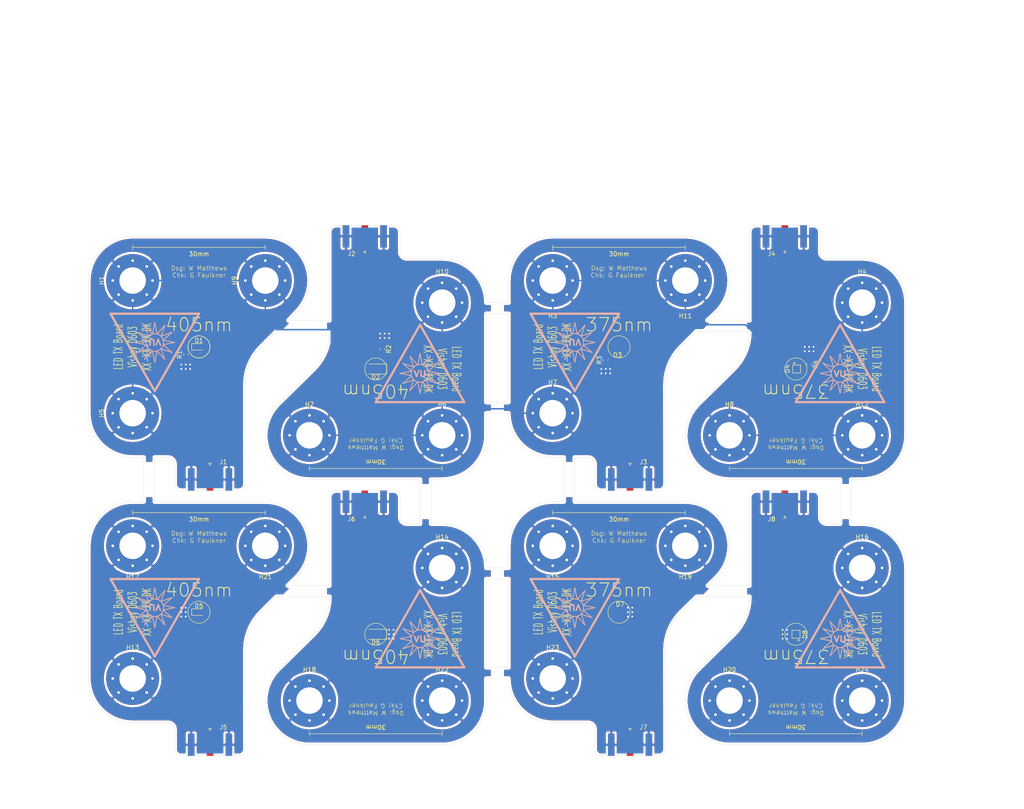
<source format=kicad_pcb>
(kicad_pcb (version 20171130) (host pcbnew "(5.1.5)-3")
  (layers (0 F.Cu signal) (31 B.Cu signal) (34 B.Paste user) (35 F.Paste user) (36 B.SilkS user) (37 F.SilkS user) (38 B.Mask user) (39 F.Mask user) (44 Edge.Cuts user))
  (net 0 "")
  (net 1 "Net-(D2-Pad2)")
  (net 2 "Net-(D2-Pad1)")
  (net 3 "Net-(D3-Pad2)")
  (net 4 "Net-(D3-Pad1)")
  (net 5 "Net-(D4-Pad2)")
  (net 6 "Net-(D4-Pad1)")
  (net 7 GND)
  (net 8 "Net-(D1-Pad1)")
  (net 9 "Net-(D1-Pad2)")
  (net 10 "Net-(D5-Pad2)")
  (net 11 "Net-(D6-Pad2)")
  (net 12 "Net-(D7-Pad2)")
  (net 13 "Net-(D8-Pad2)")
  (module warnings:uv_warn (layer B.Cu) (at 45 110)
    (fp_text reference REF** hide)
    (fp_text value uv_warn)
    (fp_text user UV (at 0 3.9 180 unlocked) (layer B.SilkS) (effects (font (size 1.3 1.5) (thickness 0.325)) (justify mirror)))
  )
  (module warnings:uv_warn (layer B.Cu) (at 105 125 180)
    (fp_text reference REF** hide)
    (fp_text value uv_warn)
    (fp_text user UV (at 0 3.9 unlocked) (layer B.SilkS) (effects (font (size 1.3 1.5) (thickness 0.325)) (justify mirror)))
  )
  (module warnings:uv_warn (layer B.Cu) (at 140 110)
    (fp_text reference REF** hide)
    (fp_text value uv_warn)
    (fp_text user UV (at 0 3.9 180 unlocked) (layer B.SilkS) (effects (font (size 1.3 1.5) (thickness 0.325)) (justify mirror)))
  )
  (module warnings:uv_warn (layer B.Cu) (at 200 125 180)
    (fp_text reference REF** hide)
    (fp_text value uv_warn)
    (fp_text user UV (at 0 3.9 unlocked) (layer B.SilkS) (effects (font (size 1.3 1.5) (thickness 0.325)) (justify mirror)))
  )
  (module warnings:uv_warn (layer B.Cu) (at 200 65 180)
    (fp_text reference REF** hide)
    (fp_text value uv_warn)
    (fp_text user UV (at 0 3.9 unlocked) (layer B.SilkS) (effects (font (size 1.3 1.5) (thickness 0.325)) (justify mirror)))
  )
  (module warnings:uv_warn (layer B.Cu) (at 140 50)
    (fp_text reference REF** hide)
    (fp_text value uv_warn)
    (fp_text user UV (at 0 3.9 180 unlocked) (layer B.SilkS) (effects (font (size 1.3 1.5) (thickness 0.325)) (justify mirror)))
  )
  (module warnings:uv_warn (layer B.Cu) (at 105 65 180)
    (fp_text reference REF** hide)
    (fp_text value uv_warn)
    (fp_text user UV (at 0 3.9 unlocked) (layer B.SilkS) (effects (font (size 1.3 1.5) (thickness 0.325)) (justify mirror)))
  )
  (module warnings:uv_warn (layer B.Cu) (at 45 50)
    (fp_text reference REF** hide)
    (fp_text value uv_warn)
    (fp_text user UV (at 0 3.9 180 unlocked) (layer B.SilkS) (effects (font (size 1.3 1.5) (thickness 0.325)) (justify mirror)))
  )
  (module Resistor_SMD:R_0603_1608Metric_Pad1.05x0.95mm_HandSolder (layer F.Cu) (at 52.07 56.755 90)
    (fp_text reference R1 (at 0 -1.43 90) (layer F.SilkS))
    (fp_text value R_Small)
    (pad 1 smd roundrect (at -0.875 0 90) (size 1.05 0.95) (layers F.Cu F.Paste F.Mask) (net 7 GND))
    (pad 2 smd roundrect (at 0.875 0 90) (size 1.05 0.95) (layers F.Cu F.Paste F.Mask) (net 8 "Net-(D1-Pad1)"))
  )
  (module Connector_Coaxial:SMA_Amphenol_132289_EdgeMount (layer F.Cu) (at 187.5 90 90)
    (fp_text reference J8 (at -3.96 -3) (layer F.SilkS))
    (fp_text value Conn_Coaxial)
    (pad 1 smd rect (at 0 0 180) (size 1.5 5.08) (layers F.Cu F.Paste F.Mask) (net 13 "Net-(D8-Pad2)"))
    (pad 2 smd rect (at 0 -4.25 180) (size 1.5 5.08) (layers F.Cu F.Paste F.Mask) (net 7 GND))
    (pad 2 smd rect (at 0 4.25 180) (size 1.5 5.08) (layers F.Cu F.Paste F.Mask) (net 7 GND))
    (pad 2 smd rect (at 0 -4.25 180) (size 1.5 5.08) (layers B.Cu B.Paste B.Mask) (net 7 GND))
    (pad 2 smd rect (at 0 4.25 180) (size 1.5 5.08) (layers B.Cu B.Paste B.Mask) (net 7 GND))
  )
  (module Connector_Coaxial:SMA_Amphenol_132289_EdgeMount (layer F.Cu) (at 152.5 145 270)
    (fp_text reference J7 (at -3.96 -3) (layer F.SilkS))
    (fp_text value Conn_Coaxial)
    (pad 1 smd rect (at 0 0) (size 1.5 5.08) (layers F.Cu F.Paste F.Mask) (net 12 "Net-(D7-Pad2)"))
    (pad 2 smd rect (at 0 -4.25) (size 1.5 5.08) (layers F.Cu F.Paste F.Mask) (net 7 GND))
    (pad 2 smd rect (at 0 4.25) (size 1.5 5.08) (layers F.Cu F.Paste F.Mask) (net 7 GND))
    (pad 2 smd rect (at 0 -4.25) (size 1.5 5.08) (layers B.Cu B.Paste B.Mask) (net 7 GND))
    (pad 2 smd rect (at 0 4.25) (size 1.5 5.08) (layers B.Cu B.Paste B.Mask) (net 7 GND))
  )
  (module Connector_Coaxial:SMA_Amphenol_132289_EdgeMount (layer F.Cu) (at 92.5 90 90)
    (fp_text reference J6 (at -3.96 -3) (layer F.SilkS))
    (fp_text value Conn_Coaxial)
    (pad 1 smd rect (at 0 0 180) (size 1.5 5.08) (layers F.Cu F.Paste F.Mask) (net 11 "Net-(D6-Pad2)"))
    (pad 2 smd rect (at 0 -4.25 180) (size 1.5 5.08) (layers F.Cu F.Paste F.Mask) (net 7 GND))
    (pad 2 smd rect (at 0 4.25 180) (size 1.5 5.08) (layers F.Cu F.Paste F.Mask) (net 7 GND))
    (pad 2 smd rect (at 0 -4.25 180) (size 1.5 5.08) (layers B.Cu B.Paste B.Mask) (net 7 GND))
    (pad 2 smd rect (at 0 4.25 180) (size 1.5 5.08) (layers B.Cu B.Paste B.Mask) (net 7 GND))
  )
  (module Connector_Coaxial:SMA_Amphenol_132289_EdgeMount (layer F.Cu) (at 57.5 145 270)
    (fp_text reference J5 (at -3.96 -3) (layer F.SilkS))
    (fp_text value Conn_Coaxial)
    (pad 1 smd rect (at 0 0) (size 1.5 5.08) (layers F.Cu F.Paste F.Mask) (net 10 "Net-(D5-Pad2)"))
    (pad 2 smd rect (at 0 -4.25) (size 1.5 5.08) (layers F.Cu F.Paste F.Mask) (net 7 GND))
    (pad 2 smd rect (at 0 4.25) (size 1.5 5.08) (layers F.Cu F.Paste F.Mask) (net 7 GND))
    (pad 2 smd rect (at 0 -4.25) (size 1.5 5.08) (layers B.Cu B.Paste B.Mask) (net 7 GND))
    (pad 2 smd rect (at 0 4.25) (size 1.5 5.08) (layers B.Cu B.Paste B.Mask) (net 7 GND))
  )
  (module Connector_Coaxial:SMA_Amphenol_132289_EdgeMount (layer F.Cu) (at 187.5 30 90)
    (fp_text reference J4 (at -3.96 -3) (layer F.SilkS))
    (fp_text value Conn_Coaxial)
    (pad 1 smd rect (at 0 0 180) (size 1.5 5.08) (layers F.Cu F.Paste F.Mask) (net 5 "Net-(D4-Pad2)"))
    (pad 2 smd rect (at 0 -4.25 180) (size 1.5 5.08) (layers F.Cu F.Paste F.Mask) (net 7 GND))
    (pad 2 smd rect (at 0 4.25 180) (size 1.5 5.08) (layers F.Cu F.Paste F.Mask) (net 7 GND))
    (pad 2 smd rect (at 0 -4.25 180) (size 1.5 5.08) (layers B.Cu B.Paste B.Mask) (net 7 GND))
    (pad 2 smd rect (at 0 4.25 180) (size 1.5 5.08) (layers B.Cu B.Paste B.Mask) (net 7 GND))
  )
  (module Connector_Coaxial:SMA_Amphenol_132289_EdgeMount (layer F.Cu) (at 152.5 85 270)
    (fp_text reference J3 (at -3.96 -3) (layer F.SilkS))
    (fp_text value Conn_Coaxial)
    (pad 1 smd rect (at 0 0) (size 1.5 5.08) (layers F.Cu F.Paste F.Mask) (net 3 "Net-(D3-Pad2)"))
    (pad 2 smd rect (at 0 -4.25) (size 1.5 5.08) (layers F.Cu F.Paste F.Mask) (net 7 GND))
    (pad 2 smd rect (at 0 4.25) (size 1.5 5.08) (layers F.Cu F.Paste F.Mask) (net 7 GND))
    (pad 2 smd rect (at 0 -4.25) (size 1.5 5.08) (layers B.Cu B.Paste B.Mask) (net 7 GND))
    (pad 2 smd rect (at 0 4.25) (size 1.5 5.08) (layers B.Cu B.Paste B.Mask) (net 7 GND))
  )
  (module Connector_Coaxial:SMA_Amphenol_132289_EdgeMount (layer F.Cu) (at 92.5 30 90)
    (fp_text reference J2 (at -3.96 -3) (layer F.SilkS))
    (fp_text value Conn_Coaxial)
    (pad 1 smd rect (at 0 0 180) (size 1.5 5.08) (layers F.Cu F.Paste F.Mask) (net 1 "Net-(D2-Pad2)"))
    (pad 2 smd rect (at 0 -4.25 180) (size 1.5 5.08) (layers F.Cu F.Paste F.Mask) (net 7 GND))
    (pad 2 smd rect (at 0 4.25 180) (size 1.5 5.08) (layers F.Cu F.Paste F.Mask) (net 7 GND))
    (pad 2 smd rect (at 0 -4.25 180) (size 1.5 5.08) (layers B.Cu B.Paste B.Mask) (net 7 GND))
    (pad 2 smd rect (at 0 4.25 180) (size 1.5 5.08) (layers B.Cu B.Paste B.Mask) (net 7 GND))
  )
  (module Connector_Coaxial:SMA_Amphenol_132289_EdgeMount (layer F.Cu) (at 57.5 85 270)
    (fp_text reference J1 (at -3.96 -3) (layer F.SilkS))
    (fp_text value Conn_Coaxial)
    (pad 1 smd rect (at 0 0) (size 1.5 5.08) (layers F.Cu F.Paste F.Mask) (net 9 "Net-(D1-Pad2)"))
    (pad 2 smd rect (at 0 -4.25) (size 1.5 5.08) (layers F.Cu F.Paste F.Mask) (net 7 GND))
    (pad 2 smd rect (at 0 4.25) (size 1.5 5.08) (layers F.Cu F.Paste F.Mask) (net 7 GND))
    (pad 2 smd rect (at 0 -4.25) (size 1.5 5.08) (layers B.Cu B.Paste B.Mask) (net 7 GND))
    (pad 2 smd rect (at 0 4.25) (size 1.5 5.08) (layers B.Cu B.Paste B.Mask) (net 7 GND))
  )
  (module MountingHole:MountingHole_6mm_Pad_Via (layer F.Cu) (at 205 135)
    (fp_text reference H24 (at 0 -7) (layer F.SilkS))
    (fp_text value MountingHole_Pad)
    (pad 1 thru_hole circle (at 3.181981 -3.181981) (size 0.9 0.9) (drill 0.6) (layers *.Cu *.Mask) (net 7 GND))
    (pad 1 thru_hole circle (at 0 -4.5) (size 0.9 0.9) (drill 0.6) (layers *.Cu *.Mask) (net 7 GND))
    (pad 1 thru_hole circle (at -3.181981 -3.181981) (size 0.9 0.9) (drill 0.6) (layers *.Cu *.Mask) (net 7 GND))
    (pad 1 thru_hole circle (at -4.5 0) (size 0.9 0.9) (drill 0.6) (layers *.Cu *.Mask) (net 7 GND))
    (pad 1 thru_hole circle (at -3.181981 3.181981) (size 0.9 0.9) (drill 0.6) (layers *.Cu *.Mask) (net 7 GND))
    (pad 1 thru_hole circle (at 0 4.5) (size 0.9 0.9) (drill 0.6) (layers *.Cu *.Mask) (net 7 GND))
    (pad 1 thru_hole circle (at 3.181981 3.181981) (size 0.9 0.9) (drill 0.6) (layers *.Cu *.Mask) (net 7 GND))
    (pad 1 thru_hole circle (at 4.5 0) (size 0.9 0.9) (drill 0.6) (layers *.Cu *.Mask) (net 7 GND))
    (pad 1 thru_hole circle (at 0 0) (size 12 12) (drill 6) (layers *.Cu *.Mask) (net 7 GND))
  )
  (module MountingHole:MountingHole_6mm_Pad_Via (layer F.Cu) (at 135 130)
    (fp_text reference H23 (at 0 -7) (layer F.SilkS))
    (fp_text value MountingHole_Pad)
    (pad 1 thru_hole circle (at 3.181981 -3.181981) (size 0.9 0.9) (drill 0.6) (layers *.Cu *.Mask) (net 7 GND))
    (pad 1 thru_hole circle (at 0 -4.5) (size 0.9 0.9) (drill 0.6) (layers *.Cu *.Mask) (net 7 GND))
    (pad 1 thru_hole circle (at -3.181981 -3.181981) (size 0.9 0.9) (drill 0.6) (layers *.Cu *.Mask) (net 7 GND))
    (pad 1 thru_hole circle (at -4.5 0) (size 0.9 0.9) (drill 0.6) (layers *.Cu *.Mask) (net 7 GND))
    (pad 1 thru_hole circle (at -3.181981 3.181981) (size 0.9 0.9) (drill 0.6) (layers *.Cu *.Mask) (net 7 GND))
    (pad 1 thru_hole circle (at 0 4.5) (size 0.9 0.9) (drill 0.6) (layers *.Cu *.Mask) (net 7 GND))
    (pad 1 thru_hole circle (at 3.181981 3.181981) (size 0.9 0.9) (drill 0.6) (layers *.Cu *.Mask) (net 7 GND))
    (pad 1 thru_hole circle (at 4.5 0) (size 0.9 0.9) (drill 0.6) (layers *.Cu *.Mask) (net 7 GND))
    (pad 1 thru_hole circle (at 0 0) (size 12 12) (drill 6) (layers *.Cu *.Mask) (net 7 GND))
  )
  (module MountingHole:MountingHole_6mm_Pad_Via (layer F.Cu) (at 110 135)
    (fp_text reference H22 (at 0 -7) (layer F.SilkS))
    (fp_text value MountingHole_Pad)
    (pad 1 thru_hole circle (at 3.181981 -3.181981) (size 0.9 0.9) (drill 0.6) (layers *.Cu *.Mask) (net 7 GND))
    (pad 1 thru_hole circle (at 0 -4.5) (size 0.9 0.9) (drill 0.6) (layers *.Cu *.Mask) (net 7 GND))
    (pad 1 thru_hole circle (at -3.181981 -3.181981) (size 0.9 0.9) (drill 0.6) (layers *.Cu *.Mask) (net 7 GND))
    (pad 1 thru_hole circle (at -4.5 0) (size 0.9 0.9) (drill 0.6) (layers *.Cu *.Mask) (net 7 GND))
    (pad 1 thru_hole circle (at -3.181981 3.181981) (size 0.9 0.9) (drill 0.6) (layers *.Cu *.Mask) (net 7 GND))
    (pad 1 thru_hole circle (at 0 4.5) (size 0.9 0.9) (drill 0.6) (layers *.Cu *.Mask) (net 7 GND))
    (pad 1 thru_hole circle (at 3.181981 3.181981) (size 0.9 0.9) (drill 0.6) (layers *.Cu *.Mask) (net 7 GND))
    (pad 1 thru_hole circle (at 4.5 0) (size 0.9 0.9) (drill 0.6) (layers *.Cu *.Mask) (net 7 GND))
    (pad 1 thru_hole circle (at 0 0) (size 12 12) (drill 6) (layers *.Cu *.Mask) (net 7 GND))
  )
  (module MountingHole:MountingHole_6mm_Pad_Via (layer F.Cu) (at 70 100)
    (fp_text reference H21 (at 0 7) (layer F.SilkS))
    (fp_text value MountingHole_Pad)
    (pad 1 thru_hole circle (at 3.181981 -3.181981) (size 0.9 0.9) (drill 0.6) (layers *.Cu *.Mask) (net 7 GND))
    (pad 1 thru_hole circle (at 0 -4.5) (size 0.9 0.9) (drill 0.6) (layers *.Cu *.Mask) (net 7 GND))
    (pad 1 thru_hole circle (at -3.181981 -3.181981) (size 0.9 0.9) (drill 0.6) (layers *.Cu *.Mask) (net 7 GND))
    (pad 1 thru_hole circle (at -4.5 0) (size 0.9 0.9) (drill 0.6) (layers *.Cu *.Mask) (net 7 GND))
    (pad 1 thru_hole circle (at -3.181981 3.181981) (size 0.9 0.9) (drill 0.6) (layers *.Cu *.Mask) (net 7 GND))
    (pad 1 thru_hole circle (at 0 4.5) (size 0.9 0.9) (drill 0.6) (layers *.Cu *.Mask) (net 7 GND))
    (pad 1 thru_hole circle (at 3.181981 3.181981) (size 0.9 0.9) (drill 0.6) (layers *.Cu *.Mask) (net 7 GND))
    (pad 1 thru_hole circle (at 4.5 0) (size 0.9 0.9) (drill 0.6) (layers *.Cu *.Mask) (net 7 GND))
    (pad 1 thru_hole circle (at 0 0) (size 12 12) (drill 6) (layers *.Cu *.Mask) (net 7 GND))
  )
  (module MountingHole:MountingHole_6mm_Pad_Via (layer F.Cu) (at 175 135)
    (fp_text reference H20 (at 0 -7) (layer F.SilkS))
    (fp_text value MountingHole_Pad)
    (pad 1 thru_hole circle (at 3.181981 -3.181981) (size 0.9 0.9) (drill 0.6) (layers *.Cu *.Mask) (net 7 GND))
    (pad 1 thru_hole circle (at 0 -4.5) (size 0.9 0.9) (drill 0.6) (layers *.Cu *.Mask) (net 7 GND))
    (pad 1 thru_hole circle (at -3.181981 -3.181981) (size 0.9 0.9) (drill 0.6) (layers *.Cu *.Mask) (net 7 GND))
    (pad 1 thru_hole circle (at -4.5 0) (size 0.9 0.9) (drill 0.6) (layers *.Cu *.Mask) (net 7 GND))
    (pad 1 thru_hole circle (at -3.181981 3.181981) (size 0.9 0.9) (drill 0.6) (layers *.Cu *.Mask) (net 7 GND))
    (pad 1 thru_hole circle (at 0 4.5) (size 0.9 0.9) (drill 0.6) (layers *.Cu *.Mask) (net 7 GND))
    (pad 1 thru_hole circle (at 3.181981 3.181981) (size 0.9 0.9) (drill 0.6) (layers *.Cu *.Mask) (net 7 GND))
    (pad 1 thru_hole circle (at 4.5 0) (size 0.9 0.9) (drill 0.6) (layers *.Cu *.Mask) (net 7 GND))
    (pad 1 thru_hole circle (at 0 0) (size 12 12) (drill 6) (layers *.Cu *.Mask) (net 7 GND))
  )
  (module MountingHole:MountingHole_6mm_Pad_Via (layer F.Cu) (at 165 100)
    (fp_text reference H19 (at 0 7) (layer F.SilkS))
    (fp_text value MountingHole_Pad)
    (pad 1 thru_hole circle (at 3.181981 -3.181981) (size 0.9 0.9) (drill 0.6) (layers *.Cu *.Mask) (net 7 GND))
    (pad 1 thru_hole circle (at 0 -4.5) (size 0.9 0.9) (drill 0.6) (layers *.Cu *.Mask) (net 7 GND))
    (pad 1 thru_hole circle (at -3.181981 -3.181981) (size 0.9 0.9) (drill 0.6) (layers *.Cu *.Mask) (net 7 GND))
    (pad 1 thru_hole circle (at -4.5 0) (size 0.9 0.9) (drill 0.6) (layers *.Cu *.Mask) (net 7 GND))
    (pad 1 thru_hole circle (at -3.181981 3.181981) (size 0.9 0.9) (drill 0.6) (layers *.Cu *.Mask) (net 7 GND))
    (pad 1 thru_hole circle (at 0 4.5) (size 0.9 0.9) (drill 0.6) (layers *.Cu *.Mask) (net 7 GND))
    (pad 1 thru_hole circle (at 3.181981 3.181981) (size 0.9 0.9) (drill 0.6) (layers *.Cu *.Mask) (net 7 GND))
    (pad 1 thru_hole circle (at 4.5 0) (size 0.9 0.9) (drill 0.6) (layers *.Cu *.Mask) (net 7 GND))
    (pad 1 thru_hole circle (at 0 0) (size 12 12) (drill 6) (layers *.Cu *.Mask) (net 7 GND))
  )
  (module MountingHole:MountingHole_6mm_Pad_Via (layer F.Cu) (at 80 135)
    (fp_text reference H18 (at 0 -7) (layer F.SilkS))
    (fp_text value MountingHole_Pad)
    (pad 1 thru_hole circle (at 3.181981 -3.181981) (size 0.9 0.9) (drill 0.6) (layers *.Cu *.Mask) (net 7 GND))
    (pad 1 thru_hole circle (at 0 -4.5) (size 0.9 0.9) (drill 0.6) (layers *.Cu *.Mask) (net 7 GND))
    (pad 1 thru_hole circle (at -3.181981 -3.181981) (size 0.9 0.9) (drill 0.6) (layers *.Cu *.Mask) (net 7 GND))
    (pad 1 thru_hole circle (at -4.5 0) (size 0.9 0.9) (drill 0.6) (layers *.Cu *.Mask) (net 7 GND))
    (pad 1 thru_hole circle (at -3.181981 3.181981) (size 0.9 0.9) (drill 0.6) (layers *.Cu *.Mask) (net 7 GND))
    (pad 1 thru_hole circle (at 0 4.5) (size 0.9 0.9) (drill 0.6) (layers *.Cu *.Mask) (net 7 GND))
    (pad 1 thru_hole circle (at 3.181981 3.181981) (size 0.9 0.9) (drill 0.6) (layers *.Cu *.Mask) (net 7 GND))
    (pad 1 thru_hole circle (at 4.5 0) (size 0.9 0.9) (drill 0.6) (layers *.Cu *.Mask) (net 7 GND))
    (pad 1 thru_hole circle (at 0 0) (size 12 12) (drill 6) (layers *.Cu *.Mask) (net 7 GND))
  )
  (module MountingHole:MountingHole_6mm_Pad_Via (layer F.Cu) (at 40 100)
    (fp_text reference H17 (at 0 7) (layer F.SilkS))
    (fp_text value MountingHole_Pad)
    (pad 1 thru_hole circle (at 3.181981 -3.181981) (size 0.9 0.9) (drill 0.6) (layers *.Cu *.Mask) (net 7 GND))
    (pad 1 thru_hole circle (at 0 -4.5) (size 0.9 0.9) (drill 0.6) (layers *.Cu *.Mask) (net 7 GND))
    (pad 1 thru_hole circle (at -3.181981 -3.181981) (size 0.9 0.9) (drill 0.6) (layers *.Cu *.Mask) (net 7 GND))
    (pad 1 thru_hole circle (at -4.5 0) (size 0.9 0.9) (drill 0.6) (layers *.Cu *.Mask) (net 7 GND))
    (pad 1 thru_hole circle (at -3.181981 3.181981) (size 0.9 0.9) (drill 0.6) (layers *.Cu *.Mask) (net 7 GND))
    (pad 1 thru_hole circle (at 0 4.5) (size 0.9 0.9) (drill 0.6) (layers *.Cu *.Mask) (net 7 GND))
    (pad 1 thru_hole circle (at 3.181981 3.181981) (size 0.9 0.9) (drill 0.6) (layers *.Cu *.Mask) (net 7 GND))
    (pad 1 thru_hole circle (at 4.5 0) (size 0.9 0.9) (drill 0.6) (layers *.Cu *.Mask) (net 7 GND))
    (pad 1 thru_hole circle (at 0 0) (size 12 12) (drill 6) (layers *.Cu *.Mask) (net 7 GND))
  )
  (module MountingHole:MountingHole_6mm_Pad_Via (layer F.Cu) (at 205 105)
    (fp_text reference H16 (at 0 -7) (layer F.SilkS))
    (fp_text value MountingHole_Pad)
    (pad 1 thru_hole circle (at 3.181981 -3.181981) (size 0.9 0.9) (drill 0.6) (layers *.Cu *.Mask) (net 7 GND))
    (pad 1 thru_hole circle (at 0 -4.5) (size 0.9 0.9) (drill 0.6) (layers *.Cu *.Mask) (net 7 GND))
    (pad 1 thru_hole circle (at -3.181981 -3.181981) (size 0.9 0.9) (drill 0.6) (layers *.Cu *.Mask) (net 7 GND))
    (pad 1 thru_hole circle (at -4.5 0) (size 0.9 0.9) (drill 0.6) (layers *.Cu *.Mask) (net 7 GND))
    (pad 1 thru_hole circle (at -3.181981 3.181981) (size 0.9 0.9) (drill 0.6) (layers *.Cu *.Mask) (net 7 GND))
    (pad 1 thru_hole circle (at 0 4.5) (size 0.9 0.9) (drill 0.6) (layers *.Cu *.Mask) (net 7 GND))
    (pad 1 thru_hole circle (at 3.181981 3.181981) (size 0.9 0.9) (drill 0.6) (layers *.Cu *.Mask) (net 7 GND))
    (pad 1 thru_hole circle (at 4.5 0) (size 0.9 0.9) (drill 0.6) (layers *.Cu *.Mask) (net 7 GND))
    (pad 1 thru_hole circle (at 0 0) (size 12 12) (drill 6) (layers *.Cu *.Mask) (net 7 GND))
  )
  (module MountingHole:MountingHole_6mm_Pad_Via (layer F.Cu) (at 135 100)
    (fp_text reference H15 (at 0 7) (layer F.SilkS))
    (fp_text value MountingHole_Pad)
    (pad 1 thru_hole circle (at 3.181981 -3.181981) (size 0.9 0.9) (drill 0.6) (layers *.Cu *.Mask) (net 7 GND))
    (pad 1 thru_hole circle (at 0 -4.5) (size 0.9 0.9) (drill 0.6) (layers *.Cu *.Mask) (net 7 GND))
    (pad 1 thru_hole circle (at -3.181981 -3.181981) (size 0.9 0.9) (drill 0.6) (layers *.Cu *.Mask) (net 7 GND))
    (pad 1 thru_hole circle (at -4.5 0) (size 0.9 0.9) (drill 0.6) (layers *.Cu *.Mask) (net 7 GND))
    (pad 1 thru_hole circle (at -3.181981 3.181981) (size 0.9 0.9) (drill 0.6) (layers *.Cu *.Mask) (net 7 GND))
    (pad 1 thru_hole circle (at 0 4.5) (size 0.9 0.9) (drill 0.6) (layers *.Cu *.Mask) (net 7 GND))
    (pad 1 thru_hole circle (at 3.181981 3.181981) (size 0.9 0.9) (drill 0.6) (layers *.Cu *.Mask) (net 7 GND))
    (pad 1 thru_hole circle (at 4.5 0) (size 0.9 0.9) (drill 0.6) (layers *.Cu *.Mask) (net 7 GND))
    (pad 1 thru_hole circle (at 0 0) (size 12 12) (drill 6) (layers *.Cu *.Mask) (net 7 GND))
  )
  (module MountingHole:MountingHole_6mm_Pad_Via (layer F.Cu) (at 110 105)
    (fp_text reference H14 (at 0 -7) (layer F.SilkS))
    (fp_text value MountingHole_Pad)
    (pad 1 thru_hole circle (at 3.181981 -3.181981) (size 0.9 0.9) (drill 0.6) (layers *.Cu *.Mask) (net 7 GND))
    (pad 1 thru_hole circle (at 0 -4.5) (size 0.9 0.9) (drill 0.6) (layers *.Cu *.Mask) (net 7 GND))
    (pad 1 thru_hole circle (at -3.181981 -3.181981) (size 0.9 0.9) (drill 0.6) (layers *.Cu *.Mask) (net 7 GND))
    (pad 1 thru_hole circle (at -4.5 0) (size 0.9 0.9) (drill 0.6) (layers *.Cu *.Mask) (net 7 GND))
    (pad 1 thru_hole circle (at -3.181981 3.181981) (size 0.9 0.9) (drill 0.6) (layers *.Cu *.Mask) (net 7 GND))
    (pad 1 thru_hole circle (at 0 4.5) (size 0.9 0.9) (drill 0.6) (layers *.Cu *.Mask) (net 7 GND))
    (pad 1 thru_hole circle (at 3.181981 3.181981) (size 0.9 0.9) (drill 0.6) (layers *.Cu *.Mask) (net 7 GND))
    (pad 1 thru_hole circle (at 4.5 0) (size 0.9 0.9) (drill 0.6) (layers *.Cu *.Mask) (net 7 GND))
    (pad 1 thru_hole circle (at 0 0) (size 12 12) (drill 6) (layers *.Cu *.Mask) (net 7 GND))
  )
  (module MountingHole:MountingHole_6mm_Pad_Via (layer F.Cu) (at 40 130)
    (fp_text reference H13 (at 0 -7) (layer F.SilkS))
    (fp_text value MountingHole_Pad)
    (pad 1 thru_hole circle (at 3.181981 -3.181981) (size 0.9 0.9) (drill 0.6) (layers *.Cu *.Mask) (net 7 GND))
    (pad 1 thru_hole circle (at 0 -4.5) (size 0.9 0.9) (drill 0.6) (layers *.Cu *.Mask) (net 7 GND))
    (pad 1 thru_hole circle (at -3.181981 -3.181981) (size 0.9 0.9) (drill 0.6) (layers *.Cu *.Mask) (net 7 GND))
    (pad 1 thru_hole circle (at -4.5 0) (size 0.9 0.9) (drill 0.6) (layers *.Cu *.Mask) (net 7 GND))
    (pad 1 thru_hole circle (at -3.181981 3.181981) (size 0.9 0.9) (drill 0.6) (layers *.Cu *.Mask) (net 7 GND))
    (pad 1 thru_hole circle (at 0 4.5) (size 0.9 0.9) (drill 0.6) (layers *.Cu *.Mask) (net 7 GND))
    (pad 1 thru_hole circle (at 3.181981 3.181981) (size 0.9 0.9) (drill 0.6) (layers *.Cu *.Mask) (net 7 GND))
    (pad 1 thru_hole circle (at 4.5 0) (size 0.9 0.9) (drill 0.6) (layers *.Cu *.Mask) (net 7 GND))
    (pad 1 thru_hole circle (at 0 0) (size 12 12) (drill 6) (layers *.Cu *.Mask) (net 7 GND))
  )
  (module leds:LED_SMD_Vishay_405_16 (layer F.Cu) (at 189.2 120 270)
    (fp_text reference D8 (at 0.05 -2.9 90) (layer F.SilkS))
    (fp_text value 375LED2)
    (fp_text user + (at 1.325 -1.375 90) (layer F.SilkS) (effects (font (size 0.6 0.6))))
    (pad 2 smd rect (at 0 -1.3 270) (size 1.6 0.65) (layers F.Cu F.Paste F.Mask) (net 13 "Net-(D8-Pad2)"))
    (pad 1 smd rect (at 0 -0.35 270) (size 1.6 0.65) (layers F.Cu F.Paste F.Mask) (net 7 GND))
  )
  (module leds:LED_SMD_Kingbright_405_2012 (layer F.Cu) (at 150.25 113.75 180)
    (fp_text reference D7 (at 0 0.5) (layer F.SilkS))
    (fp_text value 375LED1)
    (pad 2 smd rect (at 0.825 -1.35 180) (size 0.65 1.06) (layers F.Cu F.Paste F.Mask) (net 12 "Net-(D7-Pad2)"))
    (pad 1 smd rect (at -0.325 -1.35 180) (size 0.65 1.06) (layers F.Cu F.Paste F.Mask) (net 7 GND))
  )
  (module LED_SMD:LED_1206_3216Metric_Pad1.42x1.75mm_HandSolder (layer F.Cu) (at 95 120 180)
    (fp_text reference D6 (at 0 -1.82 180) (layer F.SilkS))
    (fp_text value 405LED2)
    (pad 2 smd roundrect (at 1.4875 0 180) (size 1.425 1.75) (layers F.Cu F.Paste F.Mask) (roundrect_rratio 0.175439) (net 11 "Net-(D6-Pad2)"))
    (pad 1 smd roundrect (at -1.4875 0 180) (size 1.425 1.75) (layers F.Cu F.Paste F.Mask) (roundrect_rratio 0.175439) (net 7 GND))
  )
  (module LED_SMD:LED_0603_1608Metric_Pad1.05x0.95mm_HandSolder (layer F.Cu) (at 55 115)
    (fp_text reference D5 (at 0 -1.43) (layer F.SilkS))
    (fp_text value 405LED1)
    (pad 2 smd roundrect (at 0.875 0) (size 1.05 0.95) (layers F.Cu F.Paste F.Mask) (net 10 "Net-(D5-Pad2)"))
    (pad 1 smd roundrect (at -0.875 0) (size 1.05 0.95) (layers F.Cu F.Paste F.Mask) (net 7 GND))
  )
  (module MountingHole:MountingHole_6mm_Pad_Via (layer F.Cu) (at 110 45)
    (fp_text reference H10 (at 0 -7) (layer F.SilkS))
    (fp_text value MountingHole_Pad)
    (pad 1 thru_hole circle (at 3.181981 -3.181981) (size 0.9 0.9) (drill 0.6) (layers *.Cu *.Mask) (net 7 GND))
    (pad 1 thru_hole circle (at 0 -4.5) (size 0.9 0.9) (drill 0.6) (layers *.Cu *.Mask) (net 7 GND))
    (pad 1 thru_hole circle (at -3.181981 -3.181981) (size 0.9 0.9) (drill 0.6) (layers *.Cu *.Mask) (net 7 GND))
    (pad 1 thru_hole circle (at -4.5 0) (size 0.9 0.9) (drill 0.6) (layers *.Cu *.Mask) (net 7 GND))
    (pad 1 thru_hole circle (at -3.181981 3.181981) (size 0.9 0.9) (drill 0.6) (layers *.Cu *.Mask) (net 7 GND))
    (pad 1 thru_hole circle (at 0 4.5) (size 0.9 0.9) (drill 0.6) (layers *.Cu *.Mask) (net 7 GND))
    (pad 1 thru_hole circle (at 3.181981 3.181981) (size 0.9 0.9) (drill 0.6) (layers *.Cu *.Mask) (net 7 GND))
    (pad 1 thru_hole circle (at 4.5 0) (size 0.9 0.9) (drill 0.6) (layers *.Cu *.Mask) (net 7 GND))
    (pad 1 thru_hole circle (at 0 0) (size 12 12) (drill 6) (layers *.Cu *.Mask) (net 7 GND))
  )
  (module MountingHole:MountingHole_6mm_Pad_Via (layer F.Cu) (at 110 75)
    (fp_text reference H6 (at 0 -7) (layer F.SilkS))
    (fp_text value MountingHole_Pad)
    (pad 1 thru_hole circle (at 3.181981 -3.181981) (size 0.9 0.9) (drill 0.6) (layers *.Cu *.Mask) (net 7 GND))
    (pad 1 thru_hole circle (at 0 -4.5) (size 0.9 0.9) (drill 0.6) (layers *.Cu *.Mask) (net 7 GND))
    (pad 1 thru_hole circle (at -3.181981 -3.181981) (size 0.9 0.9) (drill 0.6) (layers *.Cu *.Mask) (net 7 GND))
    (pad 1 thru_hole circle (at -4.5 0) (size 0.9 0.9) (drill 0.6) (layers *.Cu *.Mask) (net 7 GND))
    (pad 1 thru_hole circle (at -3.181981 3.181981) (size 0.9 0.9) (drill 0.6) (layers *.Cu *.Mask) (net 7 GND))
    (pad 1 thru_hole circle (at 0 4.5) (size 0.9 0.9) (drill 0.6) (layers *.Cu *.Mask) (net 7 GND))
    (pad 1 thru_hole circle (at 3.181981 3.181981) (size 0.9 0.9) (drill 0.6) (layers *.Cu *.Mask) (net 7 GND))
    (pad 1 thru_hole circle (at 4.5 0) (size 0.9 0.9) (drill 0.6) (layers *.Cu *.Mask) (net 7 GND))
    (pad 1 thru_hole circle (at 0 0) (size 12 12) (drill 6) (layers *.Cu *.Mask) (net 7 GND))
  )
  (module MountingHole:MountingHole_6mm_Pad_Via (layer F.Cu) (at 80 75)
    (fp_text reference H2 (at 0 -7) (layer F.SilkS))
    (fp_text value MountingHole_Pad)
    (pad 1 thru_hole circle (at 3.181981 -3.181981) (size 0.9 0.9) (drill 0.6) (layers *.Cu *.Mask) (net 7 GND))
    (pad 1 thru_hole circle (at 0 -4.5) (size 0.9 0.9) (drill 0.6) (layers *.Cu *.Mask) (net 7 GND))
    (pad 1 thru_hole circle (at -3.181981 -3.181981) (size 0.9 0.9) (drill 0.6) (layers *.Cu *.Mask) (net 7 GND))
    (pad 1 thru_hole circle (at -4.5 0) (size 0.9 0.9) (drill 0.6) (layers *.Cu *.Mask) (net 7 GND))
    (pad 1 thru_hole circle (at -3.181981 3.181981) (size 0.9 0.9) (drill 0.6) (layers *.Cu *.Mask) (net 7 GND))
    (pad 1 thru_hole circle (at 0 4.5) (size 0.9 0.9) (drill 0.6) (layers *.Cu *.Mask) (net 7 GND))
    (pad 1 thru_hole circle (at 3.181981 3.181981) (size 0.9 0.9) (drill 0.6) (layers *.Cu *.Mask) (net 7 GND))
    (pad 1 thru_hole circle (at 4.5 0) (size 0.9 0.9) (drill 0.6) (layers *.Cu *.Mask) (net 7 GND))
    (pad 1 thru_hole circle (at 0 0) (size 12 12) (drill 6) (layers *.Cu *.Mask) (net 7 GND))
  )
  (module MountingHole:MountingHole_6mm_Pad_Via (layer F.Cu) (at 70 40 90)
    (fp_text reference H9 (at 0 -7 90) (layer F.SilkS))
    (fp_text value MountingHole_Pad)
    (pad 1 thru_hole circle (at 0 0 90) (size 12 12) (drill 6) (layers *.Cu *.Mask) (net 7 GND))
    (pad 1 thru_hole circle (at 4.5 0 90) (size 0.9 0.9) (drill 0.6) (layers *.Cu *.Mask) (net 7 GND))
    (pad 1 thru_hole circle (at 3.181981 3.181981 90) (size 0.9 0.9) (drill 0.6) (layers *.Cu *.Mask) (net 7 GND))
    (pad 1 thru_hole circle (at 0 4.5 90) (size 0.9 0.9) (drill 0.6) (layers *.Cu *.Mask) (net 7 GND))
    (pad 1 thru_hole circle (at -3.181981 3.181981 90) (size 0.9 0.9) (drill 0.6) (layers *.Cu *.Mask) (net 7 GND))
    (pad 1 thru_hole circle (at -4.5 0 90) (size 0.9 0.9) (drill 0.6) (layers *.Cu *.Mask) (net 7 GND))
    (pad 1 thru_hole circle (at -3.181981 -3.181981 90) (size 0.9 0.9) (drill 0.6) (layers *.Cu *.Mask) (net 7 GND))
    (pad 1 thru_hole circle (at 0 -4.5 90) (size 0.9 0.9) (drill 0.6) (layers *.Cu *.Mask) (net 7 GND))
    (pad 1 thru_hole circle (at 3.181981 -3.181981 90) (size 0.9 0.9) (drill 0.6) (layers *.Cu *.Mask) (net 7 GND))
  )
  (module MountingHole:MountingHole_6mm_Pad_Via (layer F.Cu) (at 40 70 90)
    (fp_text reference H5 (at 0 -7 90) (layer F.SilkS))
    (fp_text value MountingHole_Pad)
    (pad 1 thru_hole circle (at 0 0 90) (size 12 12) (drill 6) (layers *.Cu *.Mask) (net 7 GND))
    (pad 1 thru_hole circle (at 4.5 0 90) (size 0.9 0.9) (drill 0.6) (layers *.Cu *.Mask) (net 7 GND))
    (pad 1 thru_hole circle (at 3.181981 3.181981 90) (size 0.9 0.9) (drill 0.6) (layers *.Cu *.Mask) (net 7 GND))
    (pad 1 thru_hole circle (at 0 4.5 90) (size 0.9 0.9) (drill 0.6) (layers *.Cu *.Mask) (net 7 GND))
    (pad 1 thru_hole circle (at -3.181981 3.181981 90) (size 0.9 0.9) (drill 0.6) (layers *.Cu *.Mask) (net 7 GND))
    (pad 1 thru_hole circle (at -4.5 0 90) (size 0.9 0.9) (drill 0.6) (layers *.Cu *.Mask) (net 7 GND))
    (pad 1 thru_hole circle (at -3.181981 -3.181981 90) (size 0.9 0.9) (drill 0.6) (layers *.Cu *.Mask) (net 7 GND))
    (pad 1 thru_hole circle (at 0 -4.5 90) (size 0.9 0.9) (drill 0.6) (layers *.Cu *.Mask) (net 7 GND))
    (pad 1 thru_hole circle (at 3.181981 -3.181981 90) (size 0.9 0.9) (drill 0.6) (layers *.Cu *.Mask) (net 7 GND))
  )
  (module MountingHole:MountingHole_6mm_Pad_Via (layer F.Cu) (at 40 40 90)
    (fp_text reference H1 (at 0 -7 90) (layer F.SilkS))
    (fp_text value MountingHole_Pad)
    (pad 1 thru_hole circle (at 0 0 90) (size 12 12) (drill 6) (layers *.Cu *.Mask) (net 7 GND))
    (pad 1 thru_hole circle (at 4.5 0 90) (size 0.9 0.9) (drill 0.6) (layers *.Cu *.Mask) (net 7 GND))
    (pad 1 thru_hole circle (at 3.181981 3.181981 90) (size 0.9 0.9) (drill 0.6) (layers *.Cu *.Mask) (net 7 GND))
    (pad 1 thru_hole circle (at 0 4.5 90) (size 0.9 0.9) (drill 0.6) (layers *.Cu *.Mask) (net 7 GND))
    (pad 1 thru_hole circle (at -3.181981 3.181981 90) (size 0.9 0.9) (drill 0.6) (layers *.Cu *.Mask) (net 7 GND))
    (pad 1 thru_hole circle (at -4.5 0 90) (size 0.9 0.9) (drill 0.6) (layers *.Cu *.Mask) (net 7 GND))
    (pad 1 thru_hole circle (at -3.181981 -3.181981 90) (size 0.9 0.9) (drill 0.6) (layers *.Cu *.Mask) (net 7 GND))
    (pad 1 thru_hole circle (at 0 -4.5 90) (size 0.9 0.9) (drill 0.6) (layers *.Cu *.Mask) (net 7 GND))
    (pad 1 thru_hole circle (at 3.181981 -3.181981 90) (size 0.9 0.9) (drill 0.6) (layers *.Cu *.Mask) (net 7 GND))
  )
  (module LED_SMD:LED_0603_1608Metric_Pad1.05x0.95mm_HandSolder (layer F.Cu) (at 55 55)
    (fp_text reference D1 (at 0 -1.43) (layer F.SilkS))
    (fp_text value 405LED1)
    (pad 1 smd roundrect (at -0.875 0) (size 1.05 0.95) (layers F.Cu F.Paste F.Mask) (net 8 "Net-(D1-Pad1)"))
    (pad 2 smd roundrect (at 0.875 0) (size 1.05 0.95) (layers F.Cu F.Paste F.Mask) (net 9 "Net-(D1-Pad2)"))
  )
  (module Resistor_SMD:R_0603_1608Metric_Pad1.05x0.95mm_HandSolder (layer F.Cu) (at 96.5 55.5 270)
    (fp_text reference R2 (at 0 -1.43 90) (layer F.SilkS))
    (fp_text value R_Small)
    (pad 2 smd roundrect (at 0.875 0 270) (size 1.05 0.95) (layers F.Cu F.Paste F.Mask) (net 2 "Net-(D2-Pad1)"))
    (pad 1 smd roundrect (at -0.875 0 270) (size 1.05 0.95) (layers F.Cu F.Paste F.Mask) (net 7 GND))
  )
  (module MountingHole:MountingHole_6mm_Pad_Via (layer F.Cu) (at 205 75)
    (fp_text reference H12 (at 0 -7) (layer F.SilkS))
    (fp_text value MountingHole_Pad)
    (pad 1 thru_hole circle (at 3.181981 -3.181981) (size 0.9 0.9) (drill 0.6) (layers *.Cu *.Mask) (net 7 GND))
    (pad 1 thru_hole circle (at 0 -4.5) (size 0.9 0.9) (drill 0.6) (layers *.Cu *.Mask) (net 7 GND))
    (pad 1 thru_hole circle (at -3.181981 -3.181981) (size 0.9 0.9) (drill 0.6) (layers *.Cu *.Mask) (net 7 GND))
    (pad 1 thru_hole circle (at -4.5 0) (size 0.9 0.9) (drill 0.6) (layers *.Cu *.Mask) (net 7 GND))
    (pad 1 thru_hole circle (at -3.181981 3.181981) (size 0.9 0.9) (drill 0.6) (layers *.Cu *.Mask) (net 7 GND))
    (pad 1 thru_hole circle (at 0 4.5) (size 0.9 0.9) (drill 0.6) (layers *.Cu *.Mask) (net 7 GND))
    (pad 1 thru_hole circle (at 3.181981 3.181981) (size 0.9 0.9) (drill 0.6) (layers *.Cu *.Mask) (net 7 GND))
    (pad 1 thru_hole circle (at 4.5 0) (size 0.9 0.9) (drill 0.6) (layers *.Cu *.Mask) (net 7 GND))
    (pad 1 thru_hole circle (at 0 0) (size 12 12) (drill 6) (layers *.Cu *.Mask) (net 7 GND))
  )
  (module MountingHole:MountingHole_6mm_Pad_Via (layer F.Cu) (at 165 40)
    (fp_text reference H11 (at 0 8) (layer F.SilkS))
    (fp_text value MountingHole_Pad)
    (pad 1 thru_hole circle (at 3.181981 -3.181981) (size 0.9 0.9) (drill 0.6) (layers *.Cu *.Mask) (net 7 GND))
    (pad 1 thru_hole circle (at 0 -4.5) (size 0.9 0.9) (drill 0.6) (layers *.Cu *.Mask) (net 7 GND))
    (pad 1 thru_hole circle (at -3.181981 -3.181981) (size 0.9 0.9) (drill 0.6) (layers *.Cu *.Mask) (net 7 GND))
    (pad 1 thru_hole circle (at -4.5 0) (size 0.9 0.9) (drill 0.6) (layers *.Cu *.Mask) (net 7 GND))
    (pad 1 thru_hole circle (at -3.181981 3.181981) (size 0.9 0.9) (drill 0.6) (layers *.Cu *.Mask) (net 7 GND))
    (pad 1 thru_hole circle (at 0 4.5) (size 0.9 0.9) (drill 0.6) (layers *.Cu *.Mask) (net 7 GND))
    (pad 1 thru_hole circle (at 3.181981 3.181981) (size 0.9 0.9) (drill 0.6) (layers *.Cu *.Mask) (net 7 GND))
    (pad 1 thru_hole circle (at 4.5 0) (size 0.9 0.9) (drill 0.6) (layers *.Cu *.Mask) (net 7 GND))
    (pad 1 thru_hole circle (at 0 0) (size 12 12) (drill 6) (layers *.Cu *.Mask) (net 7 GND))
  )
  (module MountingHole:MountingHole_6mm_Pad_Via (layer F.Cu) (at 175 75)
    (fp_text reference H8 (at 0 -7) (layer F.SilkS))
    (fp_text value MountingHole_Pad)
    (pad 1 thru_hole circle (at 3.181981 -3.181981) (size 0.9 0.9) (drill 0.6) (layers *.Cu *.Mask) (net 7 GND))
    (pad 1 thru_hole circle (at 0 -4.5) (size 0.9 0.9) (drill 0.6) (layers *.Cu *.Mask) (net 7 GND))
    (pad 1 thru_hole circle (at -3.181981 -3.181981) (size 0.9 0.9) (drill 0.6) (layers *.Cu *.Mask) (net 7 GND))
    (pad 1 thru_hole circle (at -4.5 0) (size 0.9 0.9) (drill 0.6) (layers *.Cu *.Mask) (net 7 GND))
    (pad 1 thru_hole circle (at -3.181981 3.181981) (size 0.9 0.9) (drill 0.6) (layers *.Cu *.Mask) (net 7 GND))
    (pad 1 thru_hole circle (at 0 4.5) (size 0.9 0.9) (drill 0.6) (layers *.Cu *.Mask) (net 7 GND))
    (pad 1 thru_hole circle (at 3.181981 3.181981) (size 0.9 0.9) (drill 0.6) (layers *.Cu *.Mask) (net 7 GND))
    (pad 1 thru_hole circle (at 4.5 0) (size 0.9 0.9) (drill 0.6) (layers *.Cu *.Mask) (net 7 GND))
    (pad 1 thru_hole circle (at 0 0) (size 12 12) (drill 6) (layers *.Cu *.Mask) (net 7 GND))
  )
  (module MountingHole:MountingHole_6mm_Pad_Via (layer F.Cu) (at 135 70)
    (fp_text reference H7 (at 0 -7) (layer F.SilkS))
    (fp_text value MountingHole_Pad)
    (pad 1 thru_hole circle (at 3.181981 -3.181981) (size 0.9 0.9) (drill 0.6) (layers *.Cu *.Mask) (net 7 GND))
    (pad 1 thru_hole circle (at 0 -4.5) (size 0.9 0.9) (drill 0.6) (layers *.Cu *.Mask) (net 7 GND))
    (pad 1 thru_hole circle (at -3.181981 -3.181981) (size 0.9 0.9) (drill 0.6) (layers *.Cu *.Mask) (net 7 GND))
    (pad 1 thru_hole circle (at -4.5 0) (size 0.9 0.9) (drill 0.6) (layers *.Cu *.Mask) (net 7 GND))
    (pad 1 thru_hole circle (at -3.181981 3.181981) (size 0.9 0.9) (drill 0.6) (layers *.Cu *.Mask) (net 7 GND))
    (pad 1 thru_hole circle (at 0 4.5) (size 0.9 0.9) (drill 0.6) (layers *.Cu *.Mask) (net 7 GND))
    (pad 1 thru_hole circle (at 3.181981 3.181981) (size 0.9 0.9) (drill 0.6) (layers *.Cu *.Mask) (net 7 GND))
    (pad 1 thru_hole circle (at 4.5 0) (size 0.9 0.9) (drill 0.6) (layers *.Cu *.Mask) (net 7 GND))
    (pad 1 thru_hole circle (at 0 0) (size 12 12) (drill 6) (layers *.Cu *.Mask) (net 7 GND))
  )
  (module MountingHole:MountingHole_6mm_Pad_Via (layer F.Cu) (at 205 45)
    (fp_text reference H4 (at 0 -7) (layer F.SilkS))
    (fp_text value MountingHole_Pad)
    (pad 1 thru_hole circle (at 3.181981 -3.181981) (size 0.9 0.9) (drill 0.6) (layers *.Cu *.Mask) (net 7 GND))
    (pad 1 thru_hole circle (at 0 -4.5) (size 0.9 0.9) (drill 0.6) (layers *.Cu *.Mask) (net 7 GND))
    (pad 1 thru_hole circle (at -3.181981 -3.181981) (size 0.9 0.9) (drill 0.6) (layers *.Cu *.Mask) (net 7 GND))
    (pad 1 thru_hole circle (at -4.5 0) (size 0.9 0.9) (drill 0.6) (layers *.Cu *.Mask) (net 7 GND))
    (pad 1 thru_hole circle (at -3.181981 3.181981) (size 0.9 0.9) (drill 0.6) (layers *.Cu *.Mask) (net 7 GND))
    (pad 1 thru_hole circle (at 0 4.5) (size 0.9 0.9) (drill 0.6) (layers *.Cu *.Mask) (net 7 GND))
    (pad 1 thru_hole circle (at 3.181981 3.181981) (size 0.9 0.9) (drill 0.6) (layers *.Cu *.Mask) (net 7 GND))
    (pad 1 thru_hole circle (at 4.5 0) (size 0.9 0.9) (drill 0.6) (layers *.Cu *.Mask) (net 7 GND))
    (pad 1 thru_hole circle (at 0 0) (size 12 12) (drill 6) (layers *.Cu *.Mask) (net 7 GND))
  )
  (module MountingHole:MountingHole_6mm_Pad_Via (layer F.Cu) (at 135 40)
    (fp_text reference H3 (at 0 8) (layer F.SilkS))
    (fp_text value MountingHole_Pad)
    (pad 1 thru_hole circle (at 3.181981 -3.181981) (size 0.9 0.9) (drill 0.6) (layers *.Cu *.Mask) (net 7 GND))
    (pad 1 thru_hole circle (at 0 -4.5) (size 0.9 0.9) (drill 0.6) (layers *.Cu *.Mask) (net 7 GND))
    (pad 1 thru_hole circle (at -3.181981 -3.181981) (size 0.9 0.9) (drill 0.6) (layers *.Cu *.Mask) (net 7 GND))
    (pad 1 thru_hole circle (at -4.5 0) (size 0.9 0.9) (drill 0.6) (layers *.Cu *.Mask) (net 7 GND))
    (pad 1 thru_hole circle (at -3.181981 3.181981) (size 0.9 0.9) (drill 0.6) (layers *.Cu *.Mask) (net 7 GND))
    (pad 1 thru_hole circle (at 0 4.5) (size 0.9 0.9) (drill 0.6) (layers *.Cu *.Mask) (net 7 GND))
    (pad 1 thru_hole circle (at 3.181981 3.181981) (size 0.9 0.9) (drill 0.6) (layers *.Cu *.Mask) (net 7 GND))
    (pad 1 thru_hole circle (at 4.5 0) (size 0.9 0.9) (drill 0.6) (layers *.Cu *.Mask) (net 7 GND))
    (pad 1 thru_hole circle (at 0 0) (size 12 12) (drill 6) (layers *.Cu *.Mask) (net 7 GND))
  )
  (module Resistor_SMD:R_0603_1608Metric_Pad1.05x0.95mm_HandSolder (layer F.Cu) (at 193 59 270)
    (fp_text reference R4 (at 0 -1.43 90) (layer F.SilkS))
    (fp_text value R_Small)
    (pad 2 smd roundrect (at 0.875 0 270) (size 1.05 0.95) (layers F.Cu F.Paste F.Mask) (net 6 "Net-(D4-Pad1)"))
    (pad 1 smd roundrect (at -0.875 0 270) (size 1.05 0.95) (layers F.Cu F.Paste F.Mask) (net 7 GND))
  )
  (module Resistor_SMD:R_0603_1608Metric_Pad1.05x0.95mm_HandSolder (layer F.Cu) (at 147 58 90)
    (fp_text reference R3 (at 0 -1.43 90) (layer F.SilkS))
    (fp_text value R_Small)
    (pad 2 smd roundrect (at 0.875 0 90) (size 1.05 0.95) (layers F.Cu F.Paste F.Mask) (net 4 "Net-(D3-Pad1)"))
    (pad 1 smd roundrect (at -0.875 0 90) (size 1.05 0.95) (layers F.Cu F.Paste F.Mask) (net 7 GND))
  )
  (module leds:LED_SMD_Vishay_405_16 (layer F.Cu) (at 191 60 90)
    (fp_text reference D4 (at 0.05 -2.9 90) (layer F.SilkS))
    (fp_text value 375LED2)
    (fp_text user + (at 1.325 -1.375 90) (layer F.SilkS) (effects (font (size 0.6 0.6))))
    (pad 2 smd rect (at 0 -1.3 90) (size 1.6 0.65) (layers F.Cu F.Paste F.Mask) (net 5 "Net-(D4-Pad2)"))
    (pad 1 smd rect (at 0 -0.35 90) (size 1.6 0.65) (layers F.Cu F.Paste F.Mask) (net 6 "Net-(D4-Pad1)"))
  )
  (module leds:LED_SMD_Kingbright_405_2012 (layer F.Cu) (at 149.675 56.35)
    (fp_text reference D3 (at 0 0.5) (layer F.SilkS))
    (fp_text value 375LED1)
    (pad 2 smd rect (at 0.825 -1.35) (size 0.65 1.06) (layers F.Cu F.Paste F.Mask) (net 3 "Net-(D3-Pad2)"))
    (pad 1 smd rect (at -0.325 -1.35) (size 0.65 1.06) (layers F.Cu F.Paste F.Mask) (net 4 "Net-(D3-Pad1)"))
  )
  (module LED_SMD:LED_1206_3216Metric_Pad1.42x1.75mm_HandSolder (layer F.Cu) (at 94.976 60 180)
    (fp_text reference D2 (at 0 -1.82) (layer F.SilkS))
    (fp_text value 405LED2)
    (pad 2 smd roundrect (at 1.4875 0 180) (size 1.425 1.75) (layers F.Cu F.Paste F.Mask) (roundrect_rratio 0.175439) (net 1 "Net-(D2-Pad2)"))
    (pad 1 smd roundrect (at -1.4875 0 180) (size 1.425 1.75) (layers F.Cu F.Paste F.Mask) (roundrect_rratio 0.175439) (net 2 "Net-(D2-Pad1)"))
  )
  (gr_text 405nm (at 55 110) (layer F.SilkS) (effects (font (size 3 3) (thickness 0.2))))
  (gr_text 405nm (at 95 125 180) (layer F.SilkS) (effects (font (size 3 3) (thickness 0.2))))
  (gr_text "LED TX Board\nVishay 0603\nXX-XX-XX DK" (at 135 55 90) (layer F.SilkS) (effects (font (size 2 1))))
  (gr_text "LED TX Board\nVishay 0603\nXX-XX-XX DK" (at 40 115 90) (layer F.SilkS) (effects (font (size 2 1))))
  (gr_text "LED TX Board\nVishay 0603\nXX-XX-XX DK" (at 110 120 270) (layer F.SilkS) (effects (font (size 2 1))))
  (gr_text "LED TX Board\nVishay 0603\nXX-XX-XX DK" (at 135 115 90) (layer F.SilkS) (effects (font (size 2 1))))
  (gr_text "LED TX Board\nVishay 0603\nXX-XX-XX DK" (at 205 120 270) (layer F.SilkS) (effects (font (size 2 1))))
  (gr_text "LED TX Board\nVishay 0603\nXX-XX-XX DK" (at 205 60 270) (layer F.SilkS) (effects (font (size 2 1))))
  (gr_text "LED TX Board\nVishay 0603\nXX-XX-XX DK" (at 110 60 270) (layer F.SilkS) (effects (font (size 2 1))))
  (gr_text "LED TX Board\nVishay 0603\nXX-XX-XX DK" (at 40 55 90) (layer F.SilkS) (effects (font (size 2 1))))
  (gr_text "Dsg: W Matthews\nChk: G Faulkner" (at 55 98) (layer F.SilkS) (effects (font (size 1 1) (thickness 0.1))))
  (gr_text "Dsg: W Matthews\nChk: G Faulkner" (at 95 137 180) (layer F.SilkS) (effects (font (size 1 1) (thickness 0.1))))
  (gr_text "Dsg: W Matthews\nChk: G Faulkner" (at 150 98) (layer F.SilkS) (effects (font (size 1 1) (thickness 0.1))))
  (gr_text "Dsg: W Matthews\nChk: G Faulkner" (at 190 137 180) (layer F.SilkS) (effects (font (size 1 1) (thickness 0.1))))
  (gr_text "Dsg: W Matthews\nChk: G Faulkner" (at 190 77 180) (layer F.SilkS) (effects (font (size 1 1) (thickness 0.1))))
  (gr_text "Dsg: W Matthews\nChk: G Faulkner " (at 150 38) (layer F.SilkS) (effects (font (size 1 1) (thickness 0.1))))
  (gr_text "Dsg: W Matthews\nChk: G Faulkner" (at 95 77 180) (layer F.SilkS) (effects (font (size 1 1) (thickness 0.1))))
  (gr_text "Dsg: W Matthews\nChk: G Faulkner" (at 55 38) (layer F.SilkS) (effects (font (size 1 1) (thickness 0.1))))
  (gr_text 30mm (at 150 34) (layer F.SilkS) (effects (font (size 1 1))))
  (gr_line (start 165 33) (end 165 32) (layer F.SilkS) (width 0.12))
  (gr_line (start 135 32.5) (end 165 32.5) (layer F.SilkS) (width 0.12))
  (gr_line (start 135 33) (end 135 32) (layer F.SilkS) (width 0.12))
  (gr_text 30mm (at 190 81 180) (layer F.SilkS) (effects (font (size 1 1))))
  (gr_line (start 175 82) (end 175 83) (layer F.SilkS) (width 0.12))
  (gr_line (start 205 82.5) (end 175 82.5) (layer F.SilkS) (width 0.12))
  (gr_line (start 205 82) (end 205 83) (layer F.SilkS) (width 0.12))
  (gr_text 30mm (at 190 141 180) (layer F.SilkS) (effects (font (size 1 1))))
  (gr_line (start 175 142) (end 175 143) (layer F.SilkS) (width 0.12))
  (gr_line (start 205 142.5) (end 175 142.5) (layer F.SilkS) (width 0.12))
  (gr_line (start 205 142) (end 205 143) (layer F.SilkS) (width 0.12))
  (gr_text 30mm (at 150 94) (layer F.SilkS) (effects (font (size 1 1))))
  (gr_line (start 165 93) (end 165 92) (layer F.SilkS) (width 0.12))
  (gr_line (start 135 92.5) (end 165 92.5) (layer F.SilkS) (width 0.12))
  (gr_line (start 135 93) (end 135 92) (layer F.SilkS) (width 0.12))
  (gr_text 30mm (at 95 141 180) (layer F.SilkS) (effects (font (size 1 1))))
  (gr_line (start 80 142) (end 80 143) (layer F.SilkS) (width 0.12))
  (gr_line (start 110 142.5) (end 80 142.5) (layer F.SilkS) (width 0.12))
  (gr_line (start 110 142) (end 110 143) (layer F.SilkS) (width 0.12))
  (gr_text 30mm (at 95 81 180) (layer F.SilkS) (effects (font (size 1 1))))
  (gr_line (start 80 82) (end 80 83) (layer F.SilkS) (width 0.12))
  (gr_line (start 110 82.5) (end 80 82.5) (layer F.SilkS) (width 0.12))
  (gr_line (start 110 82) (end 110 83) (layer F.SilkS) (width 0.12))
  (gr_text 30mm (at 55 94) (layer F.SilkS) (effects (font (size 1 1))))
  (gr_line (start 70 93) (end 70 92) (layer F.SilkS) (width 0.12))
  (gr_line (start 40 92.5) (end 70 92.5) (layer F.SilkS) (width 0.12))
  (gr_line (start 40 93) (end 40 92) (layer F.SilkS) (width 0.12))
  (gr_text 375nm (at 150 110) (layer F.SilkS) (effects (font (size 3 3) (thickness 0.2))))
  (gr_text 375nm (at 190 125 180) (layer F.SilkS) (effects (font (size 3 3) (thickness 0.2))))
  (gr_text 375nm (at 190 65 180) (layer F.SilkS) (effects (font (size 3 3) (thickness 0.2))))
  (gr_text 375nm (at 150 50) (layer F.SilkS) (effects (font (size 3 3) (thickness 0.2))))
  (gr_text 405nm (at 95 65 180) (layer F.SilkS) (effects (font (size 3 3) (thickness 0.2))))
  (gr_text 405nm (at 55 50) (layer F.SilkS) (effects (font (size 3 3) (thickness 0.2))))
  (gr_text 30mm (at 55 34) (layer F.SilkS) (effects (font (size 1 1))))
  (gr_line (start 40 33) (end 40 32) (layer F.SilkS) (width 0.12))
  (gr_line (start 70 33) (end 70 32) (layer F.SilkS) (width 0.12))
  (gr_line (start 40 32.5) (end 70 32.5) (layer F.SilkS) (width 0.12))
  (gr_circle (center 55 55) (end 55 57.5) (layer F.SilkS) (width 0.12))
  (gr_circle (center 95 60) (end 95 62.5) (layer F.SilkS) (width 0.12))
  (gr_circle (center 150 55) (end 150 57.5) (layer F.SilkS) (width 0.12))
  (gr_circle (center 190 60) (end 190 62.5) (layer F.SilkS) (width 0.12))
  (gr_circle (center 190 120) (end 190 122.5) (layer F.SilkS) (width 0.12))
  (gr_circle (center 150 115) (end 150 117.5) (layer F.SilkS) (width 0.12))
  (gr_circle (center 95 120) (end 95 122.5) (layer F.SilkS) (width 0.12))
  (gr_circle (center 55 55) (end 55 57.5) (layer F.SilkS) (width 0.12))
  (gr_circle (center 55 115) (end 55 117.5) (layer F.SilkS) (width 0.12))
  (gr_line (start 167.5 51.5) (end 164.000001 55.000001) (layer Edge.Cuts) (width 0.05))
  (gr_line (start 170 49) (end 172.071067 47.071067) (layer Edge.Cuts) (width 0.05))
  (gr_line (start 179.5 33.5) (end 179.5 49) (layer Edge.Cuts) (width 0.05))
  (gr_line (start 179.5 49) (end 170 49) (layer Edge.Cuts) (width 0.05))
  (gr_line (start 179.520814 51.5) (end 167.5 51.5) (layer Edge.Cuts) (width 0.05))
  (gr_line (start 200 85) (end 175 85) (layer Edge.Cuts) (width 0.05))
  (gr_line (start 205 85) (end 202.5 85) (layer Edge.Cuts) (width 0.05))
  (gr_line (start 202.5 95) (end 205 95) (layer Edge.Cuts) (width 0.05))
  (gr_line (start 197 95) (end 200 95) (layer Edge.Cuts) (width 0.05))
  (gr_line (start 202.5 85) (end 202.5 95) (layer Edge.Cuts) (width 0.05))
  (gr_line (start 200 95) (end 200 85) (layer Edge.Cuts) (width 0.05))
  (gr_line (start 167.6 111.5) (end 164.000001 115.000001) (layer Edge.Cuts) (width 0.05))
  (gr_line (start 170.1 109) (end 172.071067 107.071067) (layer Edge.Cuts) (width 0.05))
  (gr_line (start 179.5 93.5) (end 179.5 109) (layer Edge.Cuts) (width 0.05))
  (gr_line (start 179.5 109) (end 170.1 109) (layer Edge.Cuts) (width 0.05))
  (gr_line (start 179.520814 111.5) (end 167.6 111.5) (layer Edge.Cuts) (width 0.05))
  (gr_line (start 137.5 90) (end 137.5 80) (layer Edge.Cuts) (width 0.05))
  (gr_line (start 137.5 90) (end 135 90) (layer Edge.Cuts) (width 0.05))
  (gr_line (start 137.5 80) (end 135 80) (layer Edge.Cuts) (width 0.05))
  (gr_line (start 142.5 80) (end 143 80) (layer Edge.Cuts) (width 0.05))
  (gr_line (start 142.5 80) (end 140 80) (layer Edge.Cuts) (width 0.05))
  (gr_line (start 140 90) (end 165 90) (layer Edge.Cuts) (width 0.05))
  (gr_line (start 140 80) (end 140 90) (layer Edge.Cuts) (width 0.05))
  (gr_line (start 120 130) (end 120 135) (layer Edge.Cuts) (width 0.05))
  (gr_line (start 125 130) (end 120 130) (layer Edge.Cuts) (width 0.05))
  (gr_line (start 125 127.5) (end 125 107.5) (layer Edge.Cuts) (width 0.05))
  (gr_line (start 120 127.5) (end 125 127.5) (layer Edge.Cuts) (width 0.05))
  (gr_line (start 120 107.5) (end 120 127.5) (layer Edge.Cuts) (width 0.05))
  (gr_line (start 125 107.5) (end 120 107.5) (layer Edge.Cuts) (width 0.05))
  (gr_line (start 125 105) (end 125 100) (layer Edge.Cuts) (width 0.05))
  (gr_line (start 120 105) (end 125 105) (layer Edge.Cuts) (width 0.05))
  (gr_line (start 84.5 109) (end 84.5 93.5) (layer Edge.Cuts) (width 0.05))
  (gr_line (start 75.1 109) (end 77.071067 107.071067) (layer Edge.Cuts) (width 0.05))
  (gr_line (start 72.5 111.5) (end 69.000001 115.000001) (layer Edge.Cuts) (width 0.05))
  (gr_line (start 84.5 109) (end 75.1 109) (layer Edge.Cuts) (width 0.05))
  (gr_line (start 84.520814 111.5) (end 72.5 111.5) (layer Edge.Cuts) (width 0.05))
  (gr_line (start 72.928933 127.928933) (end 81 120) (layer Edge.Cuts) (width 0.05))
  (gr_line (start 102.5 85) (end 105 85) (layer Edge.Cuts) (width 0.05))
  (gr_line (start 102.5 85) (end 80 85) (layer Edge.Cuts) (width 0.05))
  (gr_line (start 105 95) (end 105 85) (layer Edge.Cuts) (width 0.05))
  (gr_line (start 102 95) (end 105 95) (layer Edge.Cuts) (width 0.05))
  (gr_line (start 110 95) (end 107.5 95) (layer Edge.Cuts) (width 0.05))
  (gr_line (start 107.5 85) (end 110 85) (layer Edge.Cuts) (width 0.05))
  (gr_line (start 107.5 95) (end 107.5 85) (layer Edge.Cuts) (width 0.05))
  (gr_line (start 125 67.5) (end 120 67.5) (layer Edge.Cuts) (width 0.05))
  (gr_line (start 120 67.5) (end 120 47.5) (layer Edge.Cuts) (width 0.05))
  (gr_line (start 120 75) (end 120 70) (layer Edge.Cuts) (width 0.05))
  (gr_line (start 125 70) (end 120 70) (layer Edge.Cuts) (width 0.05))
  (gr_line (start 125 47.5) (end 125 67.5) (layer Edge.Cuts) (width 0.05))
  (gr_line (start 120 47.5) (end 125 47.5) (layer Edge.Cuts) (width 0.05))
  (gr_line (start 125 45) (end 120 45) (layer Edge.Cuts) (width 0.05))
  (gr_line (start 125 40) (end 125 45) (layer Edge.Cuts) (width 0.05))
  (gr_line (start 72.5 51.5) (end 69.000001 55.000001) (layer Edge.Cuts) (width 0.05))
  (gr_line (start 75.25 49) (end 77.071067 47.071067) (layer Edge.Cuts) (width 0.05))
  (gr_line (start 84.5 49) (end 75.25 49) (layer Edge.Cuts) (width 0.05))
  (gr_line (start 84.5 47.75) (end 84.5 49) (layer Edge.Cuts) (width 0.05))
  (gr_line (start 84.520814 51.5) (end 72.5 51.5) (layer Edge.Cuts) (width 0.05))
  (gr_line (start 84.5 44.5) (end 84.5 47.75) (layer Edge.Cuts) (width 0.05))
  (gr_line (start 84.5 33.5) (end 84.5 44.5) (layer Edge.Cuts) (width 0.05))
  (gr_line (start 45 90) (end 70 90) (layer Edge.Cuts) (width 0.05))
  (gr_line (start 47.5 80) (end 48 80) (layer Edge.Cuts) (width 0.05))
  (gr_line (start 45 80) (end 47.5 80) (layer Edge.Cuts) (width 0.05))
  (gr_line (start 45 90) (end 45 80) (layer Edge.Cuts) (width 0.05))
  (gr_line (start 42.5 90) (end 40 90) (layer Edge.Cuts) (width 0.05))
  (gr_line (start 42.5 80) (end 42.5 90) (layer Edge.Cuts) (width 0.05))
  (gr_line (start 40 80) (end 42.5 80) (layer Edge.Cuts) (width 0.05))
  (gr_arc (start 197 93.5) (end 195.5 93.5) (angle -90) (layer Edge.Cuts) (width 0.05))
  (gr_arc (start 48 141.5) (end 49.5 141.5) (angle -90) (layer Edge.Cuts) (width 0.05))
  (gr_arc (start 70 100) (end 77.071067 107.071067) (angle -45) (layer Edge.Cuts) (width 0.05))
  (gr_arc (start 205 135) (end 205 145) (angle -90) (layer Edge.Cuts) (width 0.05))
  (gr_arc (start 175 135) (end 165 135) (angle -90) (layer Edge.Cuts) (width 0.05))
  (gr_line (start 194 87.5) (end 181 87.5) (layer Edge.Cuts) (width 0.05))
  (gr_line (start 167.928933 127.928933) (end 176 120) (layer Edge.Cuts) (width 0.05))
  (gr_arc (start 194 89) (end 195.5 89) (angle -90) (layer Edge.Cuts) (width 0.05))
  (gr_line (start 179.5 90.5) (end 179.5 93.5) (layer Edge.Cuts) (width 0.05))
  (gr_arc (start 167.5 111.5) (end 175.999999 119.999999) (angle -45) (layer Edge.Cuts) (width 0.05))
  (gr_arc (start 205 105) (end 215 105) (angle -90) (layer Edge.Cuts) (width 0.05))
  (gr_line (start 179.5 89) (end 179.5 90.5) (layer Edge.Cuts) (width 0.05))
  (gr_arc (start 181 89) (end 181 87.5) (angle -90) (layer Edge.Cuts) (width 0.05))
  (gr_arc (start 175 135) (end 167.928933 127.928933) (angle -45) (layer Edge.Cuts) (width 0.05))
  (gr_line (start 175 145) (end 205 145) (layer Edge.Cuts) (width 0.05))
  (gr_line (start 195.5 93.5) (end 195.5 89) (layer Edge.Cuts) (width 0.05))
  (gr_line (start 215 135) (end 215 105) (layer Edge.Cuts) (width 0.05))
  (gr_line (start 160.479186 123.5) (end 160.5 141.5) (layer Edge.Cuts) (width 0.05))
  (gr_line (start 160.5 144.5) (end 160.5 141.5) (layer Edge.Cuts) (width 0.05))
  (gr_arc (start 165 100) (end 175 100) (angle -90) (layer Edge.Cuts) (width 0.05))
  (gr_line (start 146 147.5) (end 159 147.5) (layer Edge.Cuts) (width 0.05))
  (gr_line (start 144.5 141.5) (end 144.5 146) (layer Edge.Cuts) (width 0.05))
  (gr_line (start 160.5 146) (end 160.5 144.5) (layer Edge.Cuts) (width 0.05))
  (gr_line (start 135 140) (end 143 140) (layer Edge.Cuts) (width 0.05))
  (gr_arc (start 135 130) (end 125 130) (angle -90) (layer Edge.Cuts) (width 0.05))
  (gr_arc (start 135 100) (end 135 90) (angle -90) (layer Edge.Cuts) (width 0.05))
  (gr_arc (start 146 146) (end 144.5 146) (angle -90) (layer Edge.Cuts) (width 0.05))
  (gr_arc (start 172.5 123.5) (end 164.000001 115.000001) (angle -45) (layer Edge.Cuts) (width 0.05))
  (gr_arc (start 159 146) (end 159 147.5) (angle -90) (layer Edge.Cuts) (width 0.05))
  (gr_arc (start 165 100) (end 172.071067 107.071067) (angle -45) (layer Edge.Cuts) (width 0.05))
  (gr_arc (start 143 141.5) (end 144.5 141.5) (angle -90) (layer Edge.Cuts) (width 0.05))
  (gr_line (start 84.5 90.5) (end 84.5 93.5) (layer Edge.Cuts) (width 0.05))
  (gr_arc (start 80 135) (end 70 135) (angle -90) (layer Edge.Cuts) (width 0.05))
  (gr_line (start 99 87.5) (end 86 87.5) (layer Edge.Cuts) (width 0.05))
  (gr_line (start 51 147.5) (end 64 147.5) (layer Edge.Cuts) (width 0.05))
  (gr_line (start 30 100) (end 30 130) (layer Edge.Cuts) (width 0.05))
  (gr_line (start 49.5 141.5) (end 49.5 146) (layer Edge.Cuts) (width 0.05))
  (gr_line (start 65.5 146) (end 65.5 144.5) (layer Edge.Cuts) (width 0.05))
  (gr_line (start 40 140) (end 48 140) (layer Edge.Cuts) (width 0.05))
  (gr_arc (start 70 100) (end 80 100) (angle -90) (layer Edge.Cuts) (width 0.05))
  (gr_line (start 80 145) (end 110 145) (layer Edge.Cuts) (width 0.05))
  (gr_line (start 100.5 93.5) (end 100.5 89) (layer Edge.Cuts) (width 0.05))
  (gr_line (start 84.5 89) (end 84.5 90.5) (layer Edge.Cuts) (width 0.05))
  (gr_arc (start 110 105) (end 120 105) (angle -90) (layer Edge.Cuts) (width 0.05))
  (gr_arc (start 110 135) (end 110 145) (angle -90) (layer Edge.Cuts) (width 0.05))
  (gr_arc (start 99 89) (end 100.5 89) (angle -90) (layer Edge.Cuts) (width 0.05))
  (gr_arc (start 72.5 111.5) (end 80.999999 119.999999) (angle -45) (layer Edge.Cuts) (width 0.05))
  (gr_arc (start 86 89) (end 86 87.5) (angle -90) (layer Edge.Cuts) (width 0.05))
  (gr_arc (start 80 135) (end 72.928933 127.928933) (angle -45) (layer Edge.Cuts) (width 0.05))
  (gr_arc (start 102 93.5) (end 100.5 93.5) (angle -90) (layer Edge.Cuts) (width 0.05))
  (gr_line (start 65.479186 123.5) (end 65.5 141.5) (layer Edge.Cuts) (width 0.05))
  (gr_line (start 65.5 144.5) (end 65.5 141.5) (layer Edge.Cuts) (width 0.05))
  (gr_arc (start 64 146) (end 64 147.5) (angle -90) (layer Edge.Cuts) (width 0.05))
  (gr_arc (start 77.5 123.5) (end 69.000001 115.000001) (angle -45) (layer Edge.Cuts) (width 0.05))
  (gr_arc (start 51 146) (end 49.5 146) (angle -90) (layer Edge.Cuts) (width 0.05))
  (gr_arc (start 40 100) (end 40 90) (angle -90) (layer Edge.Cuts) (width 0.05))
  (gr_arc (start 40 130) (end 30 130) (angle -90) (layer Edge.Cuts) (width 0.05))
  (gr_arc (start 197 33.5) (end 195.5 33.5) (angle -90) (layer Edge.Cuts) (width 0.05))
  (gr_arc (start 175 75) (end 167.928933 67.928933) (angle -45) (layer Edge.Cuts) (width 0.05))
  (gr_arc (start 181 29) (end 181 27.5) (angle -90) (layer Edge.Cuts) (width 0.05))
  (gr_arc (start 167.5 51.5) (end 175.999999 59.999999) (angle -45) (layer Edge.Cuts) (width 0.05))
  (gr_arc (start 194 29) (end 195.5 29) (angle -90) (layer Edge.Cuts) (width 0.05))
  (gr_arc (start 205 75) (end 205 85) (angle -90) (layer Edge.Cuts) (width 0.05))
  (gr_arc (start 205 45) (end 215 45) (angle -90) (layer Edge.Cuts) (width 0.05))
  (gr_line (start 205 35) (end 197 35) (layer Edge.Cuts) (width 0.05))
  (gr_line (start 179.5 29) (end 179.5 30.5) (layer Edge.Cuts) (width 0.05))
  (gr_line (start 195.5 33.5) (end 195.5 29) (layer Edge.Cuts) (width 0.05))
  (gr_line (start 215 75) (end 215 45) (layer Edge.Cuts) (width 0.05))
  (gr_line (start 194 27.5) (end 181 27.5) (layer Edge.Cuts) (width 0.05))
  (gr_line (start 167.928933 67.928933) (end 176 60) (layer Edge.Cuts) (width 0.05))
  (gr_arc (start 175 75) (end 165 75) (angle -90) (layer Edge.Cuts) (width 0.05))
  (gr_line (start 179.5 30.5) (end 179.5 33.5) (layer Edge.Cuts) (width 0.05))
  (gr_arc (start 143 81.5) (end 144.5 81.5) (angle -90) (layer Edge.Cuts) (width 0.05))
  (gr_arc (start 165 40) (end 172.071067 47.071067) (angle -45) (layer Edge.Cuts) (width 0.05))
  (gr_arc (start 159 86) (end 159 87.5) (angle -90) (layer Edge.Cuts) (width 0.05))
  (gr_arc (start 172.5 63.5) (end 164.000001 55.000001) (angle -45) (layer Edge.Cuts) (width 0.05))
  (gr_arc (start 146 86) (end 144.5 86) (angle -90) (layer Edge.Cuts) (width 0.05))
  (gr_arc (start 135 40) (end 135 30) (angle -90) (layer Edge.Cuts) (width 0.05))
  (gr_arc (start 135 70) (end 125 70) (angle -90) (layer Edge.Cuts) (width 0.05))
  (gr_line (start 160.5 86) (end 160.5 84.5) (layer Edge.Cuts) (width 0.05))
  (gr_line (start 144.5 81.5) (end 144.5 86) (layer Edge.Cuts) (width 0.05))
  (gr_line (start 165 30) (end 135 30) (layer Edge.Cuts) (width 0.05))
  (gr_line (start 146 87.5) (end 159 87.5) (layer Edge.Cuts) (width 0.05))
  (gr_arc (start 165 40) (end 175 40) (angle -90) (layer Edge.Cuts) (width 0.05))
  (gr_line (start 160.5 84.5) (end 160.5 81.5) (layer Edge.Cuts) (width 0.05))
  (gr_line (start 160.479186 63.5) (end 160.5 81.5) (layer Edge.Cuts) (width 0.05))
  (gr_arc (start 102 33.5) (end 100.5 33.5) (angle -90) (layer Edge.Cuts) (width 0.05))
  (gr_arc (start 80 75) (end 72.928933 67.928933) (angle -45) (layer Edge.Cuts) (width 0.05))
  (gr_arc (start 86 29) (end 86 27.5) (angle -90) (layer Edge.Cuts) (width 0.05))
  (gr_arc (start 72.5 51.5) (end 80.999999 59.999999) (angle -45) (layer Edge.Cuts) (width 0.05))
  (gr_arc (start 99 29) (end 100.5 29) (angle -90) (layer Edge.Cuts) (width 0.05))
  (gr_arc (start 110 75) (end 110 85) (angle -90) (layer Edge.Cuts) (width 0.05))
  (gr_arc (start 110 45) (end 120 45) (angle -90) (layer Edge.Cuts) (width 0.05))
  (gr_line (start 110 35) (end 102 35) (layer Edge.Cuts) (width 0.05))
  (gr_line (start 84.5 29) (end 84.5 30.5) (layer Edge.Cuts) (width 0.05))
  (gr_line (start 100.5 33.5) (end 100.5 29) (layer Edge.Cuts) (width 0.05))
  (gr_line (start 99 27.5) (end 86 27.5) (layer Edge.Cuts) (width 0.05))
  (gr_line (start 72.928933 67.928933) (end 81 60) (layer Edge.Cuts) (width 0.05))
  (gr_arc (start 80 75) (end 70 75) (angle -90) (layer Edge.Cuts) (width 0.05))
  (gr_line (start 84.5 30.5) (end 84.5 33.5) (layer Edge.Cuts) (width 0.05))
  (gr_line (start 30 40) (end 30 70) (layer Edge.Cuts) (width 0.05))
  (gr_line (start 49.5 81.5) (end 49.5 86) (layer Edge.Cuts) (width 0.05))
  (gr_line (start 70 30) (end 40 30) (layer Edge.Cuts) (width 0.05))
  (gr_arc (start 70 40) (end 77.071067 47.071067) (angle -45) (layer Edge.Cuts) (width 0.05))
  (gr_arc (start 64 86) (end 64 87.5) (angle -90) (layer Edge.Cuts) (width 0.05))
  (gr_line (start 65.5 86) (end 65.5 84.5) (layer Edge.Cuts) (width 0.05))
  (gr_arc (start 40 70) (end 30 70) (angle -90) (layer Edge.Cuts) (width 0.05))
  (gr_arc (start 77.5 63.5) (end 69.000001 55.000001) (angle -45) (layer Edge.Cuts) (width 0.05))
  (gr_line (start 65.5 84.5) (end 65.5 81.5) (layer Edge.Cuts) (width 0.05))
  (gr_arc (start 51 86) (end 49.5 86) (angle -90) (layer Edge.Cuts) (width 0.05))
  (gr_line (start 51 87.5) (end 64 87.5) (layer Edge.Cuts) (width 0.05))
  (gr_arc (start 70 40) (end 80 40) (angle -90) (layer Edge.Cuts) (width 0.05))
  (gr_arc (start 40 40) (end 40 30) (angle -90) (layer Edge.Cuts) (width 0.05))
  (gr_line (start 65.479186 63.5) (end 65.5 81.5) (layer Edge.Cuts) (width 0.05))
  (gr_arc (start 48 81.5) (end 49.5 81.5) (angle -90) (layer Edge.Cuts) (width 0.05))
  (segment (start 191 60) (end 193 59.875) (width 1.5) (layer F.Cu) (net 6))
  (segment (start 187 118) (end 189 120) (width 1.5) (layer F.Cu) (net 7))
  (segment (start 189 120) (end 187 121) (width 1.5) (layer F.Cu) (net 7))
  (via (at 187 121) (size 0.8) (drill 0.4) (layers F.Cu B.Cu) (net 7))
  (segment (start 92.659521 45.800254) (end 92.5 30) (width 1.51) (layer F.Cu) (net 1))
  (segment (start 92.659521 45.800254) (end 92.667278 46.424917) (width 1.51) (layer F.Cu) (net 1))
  (segment (start 92.667278 46.424917) (end 92.677937 47.049538) (width 1.51) (layer F.Cu) (net 1))
  (segment (start 92.677937 47.049538) (end 92.691498 47.674102) (width 1.51) (layer F.Cu) (net 1))
  (segment (start 92.691498 47.674102) (end 92.70796 48.298597) (width 1.51) (layer F.Cu) (net 1))
  (segment (start 92.70796 48.298597) (end 92.727322 48.923009) (width 1.51) (layer F.Cu) (net 1))
  (segment (start 92.727322 48.923009) (end 92.749585 49.547324) (width 1.51) (layer F.Cu) (net 1))
  (segment (start 92.749585 49.547324) (end 92.774748 50.171529) (width 1.51) (layer F.Cu) (net 1))
  (segment (start 92.774748 50.171529) (end 92.802809 50.79561) (width 1.51) (layer F.Cu) (net 1))
  (segment (start 92.802809 50.79561) (end 92.83377 51.419554) (width 1.51) (layer F.Cu) (net 1))
  (segment (start 92.83377 51.419554) (end 92.867628 52.043347) (width 1.51) (layer F.Cu) (net 1))
  (segment (start 92.867628 52.043347) (end 92.904384 52.666977) (width 1.51) (layer F.Cu) (net 1))
  (segment (start 92.904384 52.666977) (end 92.944036 53.290429) (width 1.51) (layer F.Cu) (net 1))
  (segment (start 92.944036 53.290429) (end 92.986583 53.91369) (width 1.51) (layer F.Cu) (net 1))
  (segment (start 92.986583 53.91369) (end 93.032026 54.536747) (width 1.51) (layer F.Cu) (net 1))
  (segment (start 93.032026 54.536747) (end 93.080362 55.159586) (width 1.51) (layer F.Cu) (net 1))
  (segment (start 93.080362 55.159586) (end 93.131591 55.782194) (width 1.51) (layer F.Cu) (net 1))
  (segment (start 93.131591 55.782194) (end 93.4885 60) (width 1.51) (layer F.Cu) (net 1))
  (segment (start 96.4635 60) (end 96.5 56.375) (width 1.51) (layer F.Cu) (net 2))
  (segment (start 152.108669 66.998818) (end 152.5 85) (width 1.51) (layer F.Cu) (net 3))
  (segment (start 152.108669 66.998818) (end 152.092758 66.374774) (width 1.51) (layer F.Cu) (net 3))
  (segment (start 152.092758 66.374774) (end 152.072161 65.750868) (width 1.51) (layer F.Cu) (net 3))
  (segment (start 152.072161 65.750868) (end 152.046879 65.127133) (width 1.51) (layer F.Cu) (net 3))
  (segment (start 152.046879 65.127133) (end 152.016914 64.503607) (width 1.51) (layer F.Cu) (net 3))
  (segment (start 152.016914 64.503607) (end 151.982267 63.880323) (width 1.51) (layer F.Cu) (net 3))
  (segment (start 151.982267 63.880323) (end 151.942939 63.257316) (width 1.51) (layer F.Cu) (net 3))
  (segment (start 151.942939 63.257316) (end 151.898935 62.634623) (width 1.51) (layer F.Cu) (net 3))
  (segment (start 151.898935 62.634623) (end 151.850255 62.012278) (width 1.51) (layer F.Cu) (net 3))
  (segment (start 151.850255 62.012278) (end 151.796902 61.390316) (width 1.51) (layer F.Cu) (net 3))
  (segment (start 151.796902 61.390316) (end 151.73888 60.768772) (width 1.51) (layer F.Cu) (net 3))
  (segment (start 151.73888 60.768772) (end 151.676192 60.147681) (width 1.51) (layer F.Cu) (net 3))
  (segment (start 151.676192 60.147681) (end 151.608842 59.527078) (width 1.51) (layer F.Cu) (net 3))
  (segment (start 151.608842 59.527078) (end 151.536832 58.906999) (width 1.51) (layer F.Cu) (net 3))
  (segment (start 151.536832 58.906999) (end 151.460168 58.287479) (width 1.51) (layer F.Cu) (net 3))
  (segment (start 151.460168 58.287479) (end 151.378853 57.668551) (width 1.51) (layer F.Cu) (net 3))
  (segment (start 151.378853 57.668551) (end 151.292893 57.050252) (width 1.51) (layer F.Cu) (net 3))
  (segment (start 151.292893 57.050252) (end 151 55) (width 1.51) (layer F.Cu) (net 3))
  (segment (start 147 57.125) (end 149 55) (width 1.5) (layer F.Cu) (net 4))
  (segment (start 187.886392 47.00129) (end 187.5 30) (width 1.51) (layer F.Cu) (net 5))
  (segment (start 187.886392 47.00129) (end 187.902562 47.625541) (width 1.51) (layer F.Cu) (net 5))
  (segment (start 187.902562 47.625541) (end 187.922698 48.249677) (width 1.51) (layer F.Cu) (net 5))
  (segment (start 187.922698 48.249677) (end 187.946799 48.873673) (width 1.51) (layer F.Cu) (net 5))
  (segment (start 187.946799 48.873673) (end 187.974862 49.497503) (width 1.51) (layer F.Cu) (net 5))
  (segment (start 187.974862 49.497503) (end 188.006888 50.121142) (width 1.51) (layer F.Cu) (net 5))
  (segment (start 188.006888 50.121142) (end 188.042874 50.744565) (width 1.51) (layer F.Cu) (net 5))
  (segment (start 188.042874 50.744565) (end 188.082819 51.367747) (width 1.51) (layer F.Cu) (net 5))
  (segment (start 188.082819 51.367747) (end 188.126722 51.990663) (width 1.51) (layer F.Cu) (net 5))
  (segment (start 188.126722 51.990663) (end 188.17458 52.613287) (width 1.51) (layer F.Cu) (net 5))
  (segment (start 188.17458 52.613287) (end 188.226393 53.235595) (width 1.51) (layer F.Cu) (net 5))
  (segment (start 188.226393 53.235595) (end 188.282157 53.857561) (width 1.51) (layer F.Cu) (net 5))
  (segment (start 188.282157 53.857561) (end 188.341871 54.47916) (width 1.51) (layer F.Cu) (net 5))
  (segment (start 188.341871 54.47916) (end 188.405532 55.100368) (width 1.51) (layer F.Cu) (net 5))
  (segment (start 188.405532 55.100368) (end 188.473138 55.721158) (width 1.51) (layer F.Cu) (net 5))
  (segment (start 188.473138 55.721158) (end 188.544685 56.341507) (width 1.51) (layer F.Cu) (net 5))
  (segment (start 188.544685 56.341507) (end 188.620173 56.961389) (width 1.51) (layer F.Cu) (net 5))
  (segment (start 188.620173 56.961389) (end 189 60) (width 1.51) (layer F.Cu) (net 5))
  (segment (start 61.514719 40) (end 40 40) (width 0.349) (layer B.Cu) (net 7))
  (segment (start 70 40) (end 61.514719 40) (width 0.349) (layer B.Cu) (net 7))
  (segment (start 40 40) (end 40 70) (width 0.349) (layer B.Cu) (net 7))
  (segment (start 84.921817 51.333897) (end 84.921817 60.078183) (width 0.349) (layer B.Cu) (net 7))
  (segment (start 84.68841 51.10049) (end 84.921817 51.333897) (width 0.349) (layer B.Cu) (net 7))
  (segment (start 72.615209 51.10049) (end 84.68841 51.10049) (width 0.349) (layer B.Cu) (net 7))
  (segment (start 70 40) (end 70 48.485281) (width 0.349) (layer B.Cu) (net 7))
  (segment (start 70 48.485281) (end 72.615209 51.10049) (width 0.349) (layer B.Cu) (net 7))
  (segment (start 84.921817 60.078183) (end 80 65) (width 0.349) (layer B.Cu) (net 7))
  (segment (start 80 65) (end 80 68.625499) (width 0.349) (layer B.Cu) (net 7))
  (segment (start 80 75) (end 110 75) (width 0.349) (layer B.Cu) (net 7))
  (segment (start 110 75) (end 110 45) (width 0.349) (layer B.Cu) (net 7))
  (segment (start 135 70) (end 135 40) (width 0.349) (layer B.Cu) (net 7))
  (segment (start 143.485281 40) (end 165 40) (width 0.349) (layer B.Cu) (net 7))
  (segment (start 135 40) (end 143.485281 40) (width 0.349) (layer B.Cu) (net 7))
  (segment (start 175 75) (end 205 75) (width 0.349) (layer B.Cu) (net 7))
  (segment (start 205 75) (end 205 45) (width 0.349) (layer B.Cu) (net 7))
  (segment (start 165 48.485281) (end 166.514719 50) (width 0.349) (layer B.Cu) (net 7))
  (segment (start 165 40) (end 165 48.485281) (width 0.349) (layer B.Cu) (net 7))
  (segment (start 180.999999 52.412079) (end 180.999999 59.000001) (width 0.349) (layer B.Cu) (net 7))
  (segment (start 166.514719 50) (end 178.58792 50) (width 0.349) (layer B.Cu) (net 7))
  (segment (start 178.58792 50) (end 180.999999 52.412079) (width 0.349) (layer B.Cu) (net 7))
  (segment (start 180.999999 59.000001) (end 175 65) (width 0.349) (layer B.Cu) (net 7))
  (segment (start 175 65) (end 175 75) (width 0.349) (layer B.Cu) (net 7))
  (segment (start 115.999999 69.000001) (end 110 75) (width 0.349) (layer B.Cu) (net 7))
  (segment (start 126.514719 70) (end 125.51472 69.000001) (width 0.349) (layer B.Cu) (net 7))
  (segment (start 135 70) (end 126.514719 70) (width 0.349) (layer B.Cu) (net 7))
  (segment (start 125.51472 69.000001) (end 115.999999 69.000001) (width 0.349) (layer B.Cu) (net 7))
  (via (at 152 116) (size 0.8) (drill 0.4) (layers F.Cu B.Cu) (net 7))
  (via (at 152 115) (size 0.8) (drill 0.4) (layers F.Cu B.Cu) (net 7))
  (via (at 152 114) (size 0.8) (drill 0.4) (layers F.Cu B.Cu) (net 7))
  (via (at 98 119) (size 0.8) (drill 0.4) (layers F.Cu B.Cu) (net 7))
  (via (at 98 120) (size 0.8) (drill 0.4) (layers F.Cu B.Cu) (net 7))
  (via (at 98 121) (size 0.8) (drill 0.4) (layers F.Cu B.Cu) (net 7))
  (via (at 96 53) (size 0.8) (drill 0.4) (layers F.Cu B.Cu) (net 7))
  (via (at 97 53) (size 0.8) (drill 0.4) (layers F.Cu B.Cu) (net 7))
  (via (at 98 53) (size 0.8) (drill 0.4) (layers F.Cu B.Cu) (net 7))
  (via (at 96 52) (size 0.8) (drill 0.4) (layers F.Cu B.Cu) (net 7))
  (segment (start 96.5 54.625) (end 96 52) (width 1.5) (layer F.Cu) (net 7))
  (via (at 192 55) (size 0.8) (drill 0.4) (layers F.Cu B.Cu) (net 7))
  (segment (start 193 58.125) (end 192 55) (width 1.5) (layer F.Cu) (net 7))
  (via (at 194 56) (size 0.8) (drill 0.4) (layers F.Cu B.Cu) (net 7))
  (via (at 192 56) (size 0.8) (drill 0.4) (layers F.Cu B.Cu) (net 7))
  (via (at 193 56) (size 0.8) (drill 0.4) (layers F.Cu B.Cu) (net 7))
  (via (at 188 119) (size 0.8) (drill 0.4) (layers F.Cu B.Cu) (net 7))
  (via (at 188 120) (size 0.8) (drill 0.4) (layers F.Cu B.Cu) (net 7))
  (via (at 188 121) (size 0.8) (drill 0.4) (layers F.Cu B.Cu) (net 7))
  (via (at 153 114) (size 0.8) (drill 0.4) (layers F.Cu B.Cu) (net 7))
  (via (at 153 115) (size 0.8) (drill 0.4) (layers F.Cu B.Cu) (net 7))
  (segment (start 153 117) (end 151 115) (width 1.5) (layer F.Cu) (net 7))
  (segment (start 151 115) (end 153 115) (width 1.5) (layer F.Cu) (net 7))
  (via (at 153 116) (size 0.8) (drill 0.4) (layers F.Cu B.Cu) (net 7))
  (via (at 187 119) (size 0.8) (drill 0.4) (layers F.Cu B.Cu) (net 7))
  (via (at 187 120) (size 0.8) (drill 0.4) (layers F.Cu B.Cu) (net 7))
  (via (at 51 59) (size 0.8) (drill 0.4) (layers F.Cu B.Cu) (net 7))
  (segment (start 52.07 57.63) (end 51 59) (width 1.5) (layer F.Cu) (net 7))
  (via (at 52 59) (size 0.8) (drill 0.4) (layers F.Cu B.Cu) (net 7))
  (via (at 53 59) (size 0.8) (drill 0.4) (layers F.Cu B.Cu) (net 7))
  (via (at 51 60) (size 0.8) (drill 0.4) (layers F.Cu B.Cu) (net 7))
  (via (at 52 114) (size 0.8) (drill 0.4) (layers F.Cu B.Cu) (net 7))
  (via (at 52 115) (size 0.8) (drill 0.4) (layers F.Cu B.Cu) (net 7))
  (via (at 52 115) (size 0.8) (drill 0.4) (layers F.Cu B.Cu) (net 7))
  (via (at 52 116) (size 0.8) (drill 0.4) (layers F.Cu B.Cu) (net 7))
  (segment (start 54.125 115) (end 52 116) (width 1.5) (layer F.Cu) (net 7))
  (via (at 51 116) (size 0.8) (drill 0.4) (layers F.Cu B.Cu) (net 7))
  (via (at 99 119) (size 0.8) (drill 0.4) (layers F.Cu B.Cu) (net 7))
  (via (at 99 120) (size 0.8) (drill 0.4) (layers F.Cu B.Cu) (net 7))
  (via (at 99 121) (size 0.8) (drill 0.4) (layers F.Cu B.Cu) (net 7))
  (segment (start 96.4875 120) (end 98 117) (width 1.5) (layer F.Cu) (net 7))
  (segment (start 96.4875 120) (end 100 120) (width 1.5) (layer F.Cu) (net 7))
  (segment (start 189 120) (end 187 114) (width 1.5) (layer F.Cu) (net 7))
  (via (at 193 55) (size 0.8) (drill 0.4) (layers F.Cu B.Cu) (net 7))
  (via (at 194 55) (size 0.8) (drill 0.4) (layers F.Cu B.Cu) (net 7))
  (segment (start 193 58.125) (end 194 55) (width 1.5) (layer F.Cu) (net 7))
  (via (at 146 60) (size 0.8) (drill 0.4) (layers F.Cu B.Cu) (net 7))
  (segment (start 147 58.875) (end 146 60) (width 1.5) (layer F.Cu) (net 7))
  (via (at 147 60) (size 0.8) (drill 0.4) (layers F.Cu B.Cu) (net 7))
  (via (at 148 60) (size 0.8) (drill 0.4) (layers F.Cu B.Cu) (net 7))
  (segment (start 147 58.875) (end 148 60) (width 1.5) (layer F.Cu) (net 7))
  (via (at 148 61) (size 0.8) (drill 0.4) (layers F.Cu B.Cu) (net 7))
  (via (at 147 61) (size 0.8) (drill 0.4) (layers F.Cu B.Cu) (net 7))
  (segment (start 147 58.875) (end 147 61) (width 1.5) (layer F.Cu) (net 7))
  (via (at 146 61) (size 0.8) (drill 0.4) (layers F.Cu B.Cu) (net 7))
  (via (at 97 52) (size 0.8) (drill 0.4) (layers F.Cu B.Cu) (net 7))
  (segment (start 96.5 54.625) (end 97 52) (width 1.5) (layer F.Cu) (net 7))
  (via (at 98 52) (size 0.8) (drill 0.4) (layers F.Cu B.Cu) (net 7))
  (segment (start 96.5 54.625) (end 98 52) (width 1.5) (layer F.Cu) (net 7))
  (via (at 53 60) (size 0.8) (drill 0.4) (layers F.Cu B.Cu) (net 7))
  (segment (start 52.07 57.63) (end 53 60) (width 1.5) (layer F.Cu) (net 7))
  (via (at 51 60) (size 0.8) (drill 0.4) (layers F.Cu B.Cu) (net 7))
  (via (at 51 60) (size 0.8) (drill 0.4) (layers F.Cu B.Cu) (net 7))
  (via (at 52 60) (size 0.8) (drill 0.4) (layers F.Cu B.Cu) (net 7))
  (segment (start 52.07 57.63) (end 52 60) (width 1.5) (layer F.Cu) (net 7))
  (via (at 51 115) (size 0.8) (drill 0.4) (layers F.Cu B.Cu) (net 7))
  (via (at 51 114) (size 0.8) (drill 0.4) (layers F.Cu B.Cu) (net 7))
  (segment (start 54.125 115) (end 51 114) (width 1.5) (layer F.Cu) (net 7))
  (segment (start 54.125 115) (end 52 113) (width 1.5) (layer F.Cu) (net 7))
  (segment (start 52.07 55.88) (end 54.125 55) (width 1.51) (layer F.Cu) (net 8))
  (segment (start 57.5 71.39) (end 57.5 85) (width 1.51) (layer F.Cu) (net 9))
  (segment (start 57.5 71.39) (end 57.497237 70.766054) (width 1.51) (layer F.Cu) (net 9))
  (segment (start 57.497237 70.766054) (end 57.488947 70.142157) (width 1.51) (layer F.Cu) (net 9))
  (segment (start 57.488947 70.142157) (end 57.475133 69.518359) (width 1.51) (layer F.Cu) (net 9))
  (segment (start 57.475133 69.518359) (end 57.455793 68.894707) (width 1.51) (layer F.Cu) (net 9))
  (segment (start 57.455793 68.894707) (end 57.430931 68.271251) (width 1.51) (layer F.Cu) (net 9))
  (segment (start 57.430931 68.271251) (end 57.400548 67.648039) (width 1.51) (layer F.Cu) (net 9))
  (segment (start 57.400548 67.648039) (end 57.364647 67.025121) (width 1.51) (layer F.Cu) (net 9))
  (segment (start 57.364647 67.025121) (end 57.323229 66.402546) (width 1.51) (layer F.Cu) (net 9))
  (segment (start 57.323229 66.402546) (end 57.2763 65.780361) (width 1.51) (layer F.Cu) (net 9))
  (segment (start 57.2763 65.780361) (end 57.223861 65.158617) (width 1.51) (layer F.Cu) (net 9))
  (segment (start 57.223861 65.158617) (end 57.165918 64.537362) (width 1.51) (layer F.Cu) (net 9))
  (segment (start 57.165918 64.537362) (end 57.102474 63.916644) (width 1.51) (layer F.Cu) (net 9))
  (segment (start 57.102474 63.916644) (end 57.033536 63.296512) (width 1.51) (layer F.Cu) (net 9))
  (segment (start 57.033536 63.296512) (end 56.959107 62.677016) (width 1.51) (layer F.Cu) (net 9))
  (segment (start 56.959107 62.677016) (end 56.879195 62.058203) (width 1.51) (layer F.Cu) (net 9))
  (segment (start 56.879195 62.058203) (end 56.793805 61.440122) (width 1.51) (layer F.Cu) (net 9))
  (segment (start 56.793805 61.440122) (end 55.875 55) (width 1.51) (layer F.Cu) (net 9))
  (segment (start 57.5 144.69) (end 57.5 131.08) (width 1.51) (layer F.Cu) (net 10))
  (segment (start 56.793805 121.130122) (end 55.875 115) (width 1.51) (layer F.Cu) (net 10))
  (segment (start 57.223861 124.848617) (end 57.165918 124.227362) (width 1.51) (layer F.Cu) (net 10))
  (segment (start 57.364647 126.715121) (end 57.323229 126.092546) (width 1.51) (layer F.Cu) (net 10))
  (segment (start 56.879195 121.748203) (end 56.793805 121.130122) (width 1.51) (layer F.Cu) (net 10))
  (segment (start 56.959107 122.367016) (end 56.879195 121.748203) (width 1.51) (layer F.Cu) (net 10))
  (segment (start 57.165918 124.227362) (end 57.102474 123.606644) (width 1.51) (layer F.Cu) (net 10))
  (segment (start 57.033536 122.986512) (end 56.959107 122.367016) (width 1.51) (layer F.Cu) (net 10))
  (segment (start 57.2763 125.470361) (end 57.223861 124.848617) (width 1.51) (layer F.Cu) (net 10))
  (segment (start 57.400548 127.338039) (end 57.364647 126.715121) (width 1.51) (layer F.Cu) (net 10))
  (segment (start 57.430931 127.961251) (end 57.400548 127.338039) (width 1.51) (layer F.Cu) (net 10))
  (segment (start 57.475133 129.208359) (end 57.455793 128.584707) (width 1.51) (layer F.Cu) (net 10))
  (segment (start 57.455793 128.584707) (end 57.430931 127.961251) (width 1.51) (layer F.Cu) (net 10))
  (segment (start 57.102474 123.606644) (end 57.033536 122.986512) (width 1.51) (layer F.Cu) (net 10))
  (segment (start 57.323229 126.092546) (end 57.2763 125.470361) (width 1.51) (layer F.Cu) (net 10))
  (segment (start 57.488947 129.832157) (end 57.475133 129.208359) (width 1.51) (layer F.Cu) (net 10))
  (segment (start 57.497237 130.456054) (end 57.488947 129.832157) (width 1.51) (layer F.Cu) (net 10))
  (segment (start 57.5 131.08) (end 57.497237 130.456054) (width 1.51) (layer F.Cu) (net 10))
  (segment (start 92.880986 106.001416) (end 92.5 90) (width 1.51) (layer F.Cu) (net 11))
  (segment (start 92.880986 106.001416) (end 92.896506 106.626166) (width 1.51) (layer F.Cu) (net 11))
  (segment (start 92.896506 106.626166) (end 92.913319 107.250882) (width 1.51) (layer F.Cu) (net 11))
  (segment (start 92.913319 107.250882) (end 92.931423 107.875563) (width 1.51) (layer F.Cu) (net 11))
  (segment (start 92.931423 107.875563) (end 92.950819 108.500205) (width 1.51) (layer F.Cu) (net 11))
  (segment (start 92.950819 108.500205) (end 92.971506 109.124805) (width 1.51) (layer F.Cu) (net 11))
  (segment (start 92.971506 109.124805) (end 92.993484 109.749361) (width 1.51) (layer F.Cu) (net 11))
  (segment (start 92.993484 109.749361) (end 93.016754 110.373871) (width 1.51) (layer F.Cu) (net 11))
  (segment (start 93.016754 110.373871) (end 93.041314 110.998331) (width 1.51) (layer F.Cu) (net 11))
  (segment (start 93.041314 110.998331) (end 93.067165 111.622739) (width 1.51) (layer F.Cu) (net 11))
  (segment (start 93.067165 111.622739) (end 93.094307 112.247092) (width 1.51) (layer F.Cu) (net 11))
  (segment (start 93.094307 112.247092) (end 93.12274 112.871388) (width 1.51) (layer F.Cu) (net 11))
  (segment (start 93.12274 112.871388) (end 93.152464 113.495624) (width 1.51) (layer F.Cu) (net 11))
  (segment (start 93.152464 113.495624) (end 93.183477 114.119796) (width 1.51) (layer F.Cu) (net 11))
  (segment (start 93.183477 114.119796) (end 93.215782 114.743904) (width 1.51) (layer F.Cu) (net 11))
  (segment (start 93.215782 114.743904) (end 93.249376 115.367943) (width 1.51) (layer F.Cu) (net 11))
  (segment (start 93.249376 115.367943) (end 93.284261 115.991912) (width 1.51) (layer F.Cu) (net 11))
  (segment (start 93.284261 115.991912) (end 93.5125 120) (width 1.51) (layer F.Cu) (net 11))
  (segment (start 149 118) (end 149 115) (width 1.51) (layer F.Cu) (net 12))
  (segment (start 149 118) (end 149.004158 118.370937) (width 1.51) (layer F.Cu) (net 12))
  (segment (start 149.004158 118.370937) (end 149.016632 118.741689) (width 1.51) (layer F.Cu) (net 12))
  (segment (start 149.016632 118.741689) (end 149.037417 119.112067) (width 1.51) (layer F.Cu) (net 12))
  (segment (start 149.037417 119.112067) (end 149.0665 119.481886) (width 1.51) (layer F.Cu) (net 12))
  (segment (start 149.0665 119.481886) (end 149.103869 119.850961) (width 1.51) (layer F.Cu) (net 12))
  (segment (start 149.103869 119.850961) (end 149.149502 120.219104) (width 1.51) (layer F.Cu) (net 12))
  (segment (start 149.149502 120.219104) (end 149.203379 120.586132) (width 1.51) (layer F.Cu) (net 12))
  (segment (start 149.203379 120.586132) (end 149.265471 120.95186) (width 1.51) (layer F.Cu) (net 12))
  (segment (start 149.265471 120.95186) (end 149.335748 121.316104) (width 1.51) (layer F.Cu) (net 12))
  (segment (start 149.335748 121.316104) (end 149.414174 121.67868) (width 1.51) (layer F.Cu) (net 12))
  (segment (start 149.414174 121.67868) (end 149.500709 122.039407) (width 1.51) (layer F.Cu) (net 12))
  (segment (start 149.500709 122.039407) (end 149.595311 122.398102) (width 1.51) (layer F.Cu) (net 12))
  (segment (start 149.595311 122.398102) (end 149.697932 122.754587) (width 1.51) (layer F.Cu) (net 12))
  (segment (start 149.697932 122.754587) (end 149.808519 123.108681) (width 1.51) (layer F.Cu) (net 12))
  (segment (start 149.808519 123.108681) (end 149.927018 123.460206) (width 1.51) (layer F.Cu) (net 12))
  (segment (start 149.927018 123.460206) (end 150.05337 123.808987) (width 1.51) (layer F.Cu) (net 12))
  (segment (start 152.156173 133.99756) (end 152.5 145) (width 1.51) (layer F.Cu) (net 12))
  (segment (start 152.156173 133.99756) (end 152.130491 133.3787) (width 1.51) (layer F.Cu) (net 12))
  (segment (start 152.130491 133.3787) (end 152.092146 132.760496) (width 1.51) (layer F.Cu) (net 12))
  (segment (start 152.092146 132.760496) (end 152.041156 132.143207) (width 1.51) (layer F.Cu) (net 12))
  (segment (start 152.041156 132.143207) (end 151.977541 131.527091) (width 1.51) (layer F.Cu) (net 12))
  (segment (start 151.977541 131.527091) (end 151.901328 130.912406) (width 1.51) (layer F.Cu) (net 12))
  (segment (start 151.901328 130.912406) (end 151.812548 130.299409) (width 1.51) (layer F.Cu) (net 12))
  (segment (start 151.812548 130.299409) (end 151.71124 129.688359) (width 1.51) (layer F.Cu) (net 12))
  (segment (start 151.71124 129.688359) (end 151.597445 129.07951) (width 1.51) (layer F.Cu) (net 12))
  (segment (start 151.597445 129.07951) (end 151.471212 128.473118) (width 1.51) (layer F.Cu) (net 12))
  (segment (start 151.471212 128.473118) (end 151.332592 127.869437) (width 1.51) (layer F.Cu) (net 12))
  (segment (start 151.332592 127.869437) (end 151.181644 127.268719) (width 1.51) (layer F.Cu) (net 12))
  (segment (start 151.181644 127.268719) (end 151.018432 126.671218) (width 1.51) (layer F.Cu) (net 12))
  (segment (start 151.018432 126.671218) (end 150.843024 126.077182) (width 1.51) (layer F.Cu) (net 12))
  (segment (start 150.843024 126.077182) (end 150.655493 125.486862) (width 1.51) (layer F.Cu) (net 12))
  (segment (start 150.655493 125.486862) (end 150.455917 124.900504) (width 1.51) (layer F.Cu) (net 12))
  (segment (start 150.455917 124.900504) (end 150.244382 124.318354) (width 1.51) (layer F.Cu) (net 12))
  (segment (start 150.244382 124.318354) (end 150.05337 123.808987) (width 1.51) (layer F.Cu) (net 12))
  (segment (start 191 117) (end 191 120) (width 1.51) (layer F.Cu) (net 13))
  (segment (start 191 117) (end 190.99377 116.380442) (width 1.51) (layer F.Cu) (net 13))
  (segment (start 190.99377 116.380442) (end 190.975083 115.761136) (width 1.51) (layer F.Cu) (net 13))
  (segment (start 190.975083 115.761136) (end 190.943948 115.14233) (width 1.51) (layer F.Cu) (net 13))
  (segment (start 190.943948 115.14233) (end 190.900375 114.524276) (width 1.51) (layer F.Cu) (net 13))
  (segment (start 190.900375 114.524276) (end 190.844384 113.907223) (width 1.51) (layer F.Cu) (net 13))
  (segment (start 190.844384 113.907223) (end 190.775996 113.29142) (width 1.51) (layer F.Cu) (net 13))
  (segment (start 190.775996 113.29142) (end 190.695239 112.677117) (width 1.51) (layer F.Cu) (net 13))
  (segment (start 190.695239 112.677117) (end 190.602146 112.064562) (width 1.51) (layer F.Cu) (net 13))
  (segment (start 190.602146 112.064562) (end 190.496755 111.454003) (width 1.51) (layer F.Cu) (net 13))
  (segment (start 190.496755 111.454003) (end 190.379108 110.845686) (width 1.51) (layer F.Cu) (net 13))
  (segment (start 190.379108 110.845686) (end 190.249252 110.239858) (width 1.51) (layer F.Cu) (net 13))
  (segment (start 190.249252 110.239858) (end 190.107241 109.636764) (width 1.51) (layer F.Cu) (net 13))
  (segment (start 190.107241 109.636764) (end 189.953132 109.036647) (width 1.51) (layer F.Cu) (net 13))
  (segment (start 189.953132 109.036647) (end 189.786986 108.439751) (width 1.51) (layer F.Cu) (net 13))
  (segment (start 189.786986 108.439751) (end 189.608872 107.846316) (width 1.51) (layer F.Cu) (net 13))
  (segment (start 189.608872 107.846316) (end 189.418861 107.256583) (width 1.51) (layer F.Cu) (net 13))
  (segment (start 187.8847 100.002216) (end 187.5 90) (width 1.51) (layer F.Cu) (net 13))
  (segment (start 187.8847 100.002216) (end 187.90231 100.374282) (width 1.51) (layer F.Cu) (net 13))
  (segment (start 187.90231 100.374282) (end 187.926505 100.745979) (width 1.51) (layer F.Cu) (net 13))
  (segment (start 187.926505 100.745979) (end 187.957278 101.11719) (width 1.51) (layer F.Cu) (net 13))
  (segment (start 187.957278 101.11719) (end 187.994619 101.487797) (width 1.51) (layer F.Cu) (net 13))
  (segment (start 187.994619 101.487797) (end 188.038515 101.857685) (width 1.51) (layer F.Cu) (net 13))
  (segment (start 188.038515 101.857685) (end 188.088954 102.226737) (width 1.51) (layer F.Cu) (net 13))
  (segment (start 188.088954 102.226737) (end 188.14592 102.594839) (width 1.51) (layer F.Cu) (net 13))
  (segment (start 188.14592 102.594839) (end 188.209394 102.961874) (width 1.51) (layer F.Cu) (net 13))
  (segment (start 188.209394 102.961874) (end 188.279357 103.327728) (width 1.51) (layer F.Cu) (net 13))
  (segment (start 188.279357 103.327728) (end 188.355786 103.692286) (width 1.51) (layer F.Cu) (net 13))
  (segment (start 188.355786 103.692286) (end 188.438658 104.055434) (width 1.51) (layer F.Cu) (net 13))
  (segment (start 188.438658 104.055434) (end 188.527948 104.417057) (width 1.51) (layer F.Cu) (net 13))
  (segment (start 188.527948 104.417057) (end 188.623626 104.777043) (width 1.51) (layer F.Cu) (net 13))
  (segment (start 188.623626 104.777043) (end 188.725662 105.135278) (width 1.51) (layer F.Cu) (net 13))
  (segment (start 188.725662 105.135278) (end 188.834026 105.491651) (width 1.51) (layer F.Cu) (net 13))
  (segment (start 188.834026 105.491651) (end 188.948683 105.846049) (width 1.51) (layer F.Cu) (net 13))
  (segment (start 188.948683 105.846049) (end 189.418861 107.256583) (width 1.51) (layer F.Cu) (net 13))
  (zone (net 0) (net_name "") (layers F&B.Cu) (connect_pads (clearance 0.508)) (min_thickness 0.254)
    (keepout (tracks not_allowed) (vias not_allowed) (copperpour not_allowed))
    (fill (arc_segments 32) (thermal_gap 0.508) (thermal_bridge_width 0.508))
    (polygon (pts (xy 108 94) (xy 104 94) (xy 104 86) (xy 108 86)))
  )
  (zone (net 0) (net_name "") (layers F&B.Cu) (connect_pads (clearance 0.508)) (min_thickness 0.254)
    (keepout (tracks not_allowed) (vias not_allowed) (copperpour not_allowed))
    (fill (arc_segments 32) (thermal_gap 0.508) (thermal_bridge_width 0.508))
    (polygon (pts (xy 141 89) (xy 137 89) (xy 137 81) (xy 141 81)))
  )
  (zone (net 0) (net_name "") (layers F&B.Cu) (connect_pads (clearance 0.508)) (min_thickness 0.254)
    (keepout (tracks not_allowed) (vias not_allowed) (copperpour not_allowed))
    (fill (arc_segments 32) (thermal_gap 0.508) (thermal_bridge_width 0.508))
    (polygon (pts (xy 179 112) (xy 168 112) (xy 172 108) (xy 179 108)))
  )
  (zone (net 0) (net_name "") (layers F&B.Cu) (connect_pads (clearance 0.508)) (min_thickness 0.254)
    (keepout (tracks not_allowed) (vias not_allowed) (copperpour not_allowed))
    (fill (arc_segments 32) (thermal_gap 0.508) (thermal_bridge_width 0.508))
    (polygon (pts (xy 203 94) (xy 199 94) (xy 199 86) (xy 203 86)))
  )
  (zone (net 0) (net_name "") (layers F&B.Cu) (connect_pads (clearance 0.508)) (min_thickness 0.254)
    (keepout (tracks not_allowed) (vias not_allowed) (copperpour not_allowed))
    (fill (arc_segments 32) (thermal_gap 0.508) (thermal_bridge_width 0.508))
    (polygon (pts (xy 179 52) (xy 168 52) (xy 172 48) (xy 179 48)))
  )
  (zone (net 0) (net_name "") (layers F&B.Cu) (connect_pads (clearance 0.508)) (min_thickness 0.254)
    (keepout (tracks not_allowed) (vias not_allowed) (copperpour not_allowed))
    (fill (arc_segments 32) (thermal_gap 0.508) (thermal_bridge_width 0.508))
    (polygon (pts (xy 124 71) (xy 121 71) (xy 121 44) (xy 124 44)))
  )
  (zone (net 0) (net_name "") (layers F&B.Cu) (connect_pads (clearance 0.508)) (min_thickness 0.254)
    (keepout (tracks not_allowed) (vias not_allowed) (copperpour not_allowed))
    (fill (arc_segments 32) (thermal_gap 0.508) (thermal_bridge_width 0.508))
    (polygon (pts (xy 84 52) (xy 73 52) (xy 77 48) (xy 84 48)))
  )
  (zone (net 0) (net_name "") (layers F&B.Cu) (connect_pads (clearance 0.508)) (min_thickness 0.254)
    (keepout (tracks not_allowed) (vias not_allowed) (copperpour not_allowed))
    (fill (arc_segments 32) (thermal_gap 0.508) (thermal_bridge_width 0.508))
    (polygon (pts (xy 124 131) (xy 121 131) (xy 121 104) (xy 124 104)))
  )
  (zone (net 0) (net_name "") (layers F&B.Cu) (connect_pads (clearance 0.508)) (min_thickness 0.254)
    (keepout (tracks not_allowed) (vias not_allowed) (copperpour not_allowed))
    (fill (arc_segments 32) (thermal_gap 0.508) (thermal_bridge_width 0.508))
    (polygon (pts (xy 84 112) (xy 73 112) (xy 77 108) (xy 84 108)))
  )
  (zone (net 0) (net_name "") (layers F&B.Cu) (connect_pads (clearance 0.508)) (min_thickness 0.254)
    (keepout (tracks not_allowed) (vias not_allowed) (copperpour not_allowed))
    (fill (arc_segments 32) (thermal_gap 0.508) (thermal_bridge_width 0.508))
    (polygon (pts (xy 46 89) (xy 42 89) (xy 42 81) (xy 46 81)))
  )
  (zone (net 7) (net_name GND) (layer F.Cu) (connect_pads (clearance 0.508)) (min_thickness 0.254) (fill yes (arc_segments 32) (thermal_gap 0.508) (thermal_bridge_width 0.508))
    (polygon (pts (xy 225 155) (xy 14 155) (xy 14 5) (xy 225 5)))
  )
  (zone (net 7) (net_name GND) (layer B.Cu) (connect_pads (clearance 0.508)) (min_thickness 0.254) (fill yes (arc_segments 32) (thermal_gap 0.508) (thermal_bridge_width 0.508))
    (polygon (pts (xy 225 155) (xy 10 155) (xy 10 10) (xy 225 10)))
  )
)
</source>
